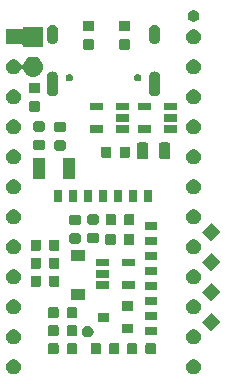
<source format=gbr>
G04 #@! TF.GenerationSoftware,KiCad,Pcbnew,(5.0.0)*
G04 #@! TF.CreationDate,2020-11-29T09:19:22-06:00*
G04 #@! TF.ProjectId,BlueMicro840,426C75654D6963726F3834302E6B6963,rev?*
G04 #@! TF.SameCoordinates,Original*
G04 #@! TF.FileFunction,Soldermask,Top*
G04 #@! TF.FilePolarity,Negative*
%FSLAX46Y46*%
G04 Gerber Fmt 4.6, Leading zero omitted, Abs format (unit mm)*
G04 Created by KiCad (PCBNEW (5.0.0)) date 11/29/20 09:19:22*
%MOMM*%
%LPD*%
G01*
G04 APERTURE LIST*
%ADD10C,0.100000*%
G04 APERTURE END LIST*
D10*
G36*
X111606756Y-139682178D02*
X111722317Y-139730045D01*
X111826325Y-139799541D01*
X111914767Y-139887983D01*
X111984263Y-139991991D01*
X112032130Y-140107552D01*
X112056533Y-140230234D01*
X112056533Y-140355316D01*
X112032130Y-140477998D01*
X111984263Y-140593559D01*
X111914767Y-140697567D01*
X111826325Y-140786009D01*
X111722317Y-140855505D01*
X111606756Y-140903372D01*
X111484075Y-140927775D01*
X111358991Y-140927775D01*
X111236310Y-140903372D01*
X111120749Y-140855505D01*
X111016741Y-140786009D01*
X110928299Y-140697567D01*
X110858803Y-140593559D01*
X110810936Y-140477998D01*
X110786533Y-140355316D01*
X110786533Y-140230234D01*
X110810936Y-140107552D01*
X110858803Y-139991991D01*
X110928299Y-139887983D01*
X111016741Y-139799541D01*
X111120749Y-139730045D01*
X111236310Y-139682178D01*
X111358991Y-139657775D01*
X111484075Y-139657775D01*
X111606756Y-139682178D01*
X111606756Y-139682178D01*
G37*
G36*
X96366756Y-139682178D02*
X96482317Y-139730045D01*
X96586325Y-139799541D01*
X96674767Y-139887983D01*
X96744263Y-139991991D01*
X96792130Y-140107552D01*
X96816533Y-140230234D01*
X96816533Y-140355316D01*
X96792130Y-140477998D01*
X96744263Y-140593559D01*
X96674767Y-140697567D01*
X96586325Y-140786009D01*
X96482317Y-140855505D01*
X96366756Y-140903372D01*
X96244075Y-140927775D01*
X96118991Y-140927775D01*
X95996310Y-140903372D01*
X95880749Y-140855505D01*
X95776741Y-140786009D01*
X95688299Y-140697567D01*
X95618803Y-140593559D01*
X95570936Y-140477998D01*
X95546533Y-140355316D01*
X95546533Y-140230234D01*
X95570936Y-140107552D01*
X95618803Y-139991991D01*
X95688299Y-139887983D01*
X95776741Y-139799541D01*
X95880749Y-139730045D01*
X95996310Y-139682178D01*
X96118991Y-139657775D01*
X96244075Y-139657775D01*
X96366756Y-139682178D01*
X96366756Y-139682178D01*
G37*
G36*
X105027649Y-138297370D02*
X105056846Y-138306227D01*
X105083751Y-138320608D01*
X105107341Y-138339967D01*
X105126700Y-138363557D01*
X105141081Y-138390462D01*
X105149938Y-138419659D01*
X105153533Y-138456165D01*
X105153533Y-139081385D01*
X105149938Y-139117891D01*
X105141081Y-139147088D01*
X105126700Y-139173993D01*
X105107341Y-139197583D01*
X105083751Y-139216942D01*
X105056846Y-139231323D01*
X105027649Y-139240180D01*
X104991143Y-139243775D01*
X104440923Y-139243775D01*
X104404417Y-139240180D01*
X104375220Y-139231323D01*
X104348315Y-139216942D01*
X104324725Y-139197583D01*
X104305366Y-139173993D01*
X104290985Y-139147088D01*
X104282128Y-139117891D01*
X104278533Y-139081385D01*
X104278533Y-138456165D01*
X104282128Y-138419659D01*
X104290985Y-138390462D01*
X104305366Y-138363557D01*
X104324725Y-138339967D01*
X104348315Y-138320608D01*
X104375220Y-138306227D01*
X104404417Y-138297370D01*
X104440923Y-138293775D01*
X104991143Y-138293775D01*
X105027649Y-138297370D01*
X105027649Y-138297370D01*
G37*
G36*
X99871149Y-138297370D02*
X99900346Y-138306227D01*
X99927251Y-138320608D01*
X99950841Y-138339967D01*
X99970200Y-138363557D01*
X99984581Y-138390462D01*
X99993438Y-138419659D01*
X99997033Y-138456165D01*
X99997033Y-139081385D01*
X99993438Y-139117891D01*
X99984581Y-139147088D01*
X99970200Y-139173993D01*
X99950841Y-139197583D01*
X99927251Y-139216942D01*
X99900346Y-139231323D01*
X99871149Y-139240180D01*
X99834643Y-139243775D01*
X99284423Y-139243775D01*
X99247917Y-139240180D01*
X99218720Y-139231323D01*
X99191815Y-139216942D01*
X99168225Y-139197583D01*
X99148866Y-139173993D01*
X99134485Y-139147088D01*
X99125628Y-139117891D01*
X99122033Y-139081385D01*
X99122033Y-138456165D01*
X99125628Y-138419659D01*
X99134485Y-138390462D01*
X99148866Y-138363557D01*
X99168225Y-138339967D01*
X99191815Y-138320608D01*
X99218720Y-138306227D01*
X99247917Y-138297370D01*
X99284423Y-138293775D01*
X99834643Y-138293775D01*
X99871149Y-138297370D01*
X99871149Y-138297370D01*
G37*
G36*
X101446149Y-138297370D02*
X101475346Y-138306227D01*
X101502251Y-138320608D01*
X101525841Y-138339967D01*
X101545200Y-138363557D01*
X101559581Y-138390462D01*
X101568438Y-138419659D01*
X101572033Y-138456165D01*
X101572033Y-139081385D01*
X101568438Y-139117891D01*
X101559581Y-139147088D01*
X101545200Y-139173993D01*
X101525841Y-139197583D01*
X101502251Y-139216942D01*
X101475346Y-139231323D01*
X101446149Y-139240180D01*
X101409643Y-139243775D01*
X100859423Y-139243775D01*
X100822917Y-139240180D01*
X100793720Y-139231323D01*
X100766815Y-139216942D01*
X100743225Y-139197583D01*
X100723866Y-139173993D01*
X100709485Y-139147088D01*
X100700628Y-139117891D01*
X100697033Y-139081385D01*
X100697033Y-138456165D01*
X100700628Y-138419659D01*
X100709485Y-138390462D01*
X100723866Y-138363557D01*
X100743225Y-138339967D01*
X100766815Y-138320608D01*
X100793720Y-138306227D01*
X100822917Y-138297370D01*
X100859423Y-138293775D01*
X101409643Y-138293775D01*
X101446149Y-138297370D01*
X101446149Y-138297370D01*
G37*
G36*
X103452649Y-138297370D02*
X103481846Y-138306227D01*
X103508751Y-138320608D01*
X103532341Y-138339967D01*
X103551700Y-138363557D01*
X103566081Y-138390462D01*
X103574938Y-138419659D01*
X103578533Y-138456165D01*
X103578533Y-139081385D01*
X103574938Y-139117891D01*
X103566081Y-139147088D01*
X103551700Y-139173993D01*
X103532341Y-139197583D01*
X103508751Y-139216942D01*
X103481846Y-139231323D01*
X103452649Y-139240180D01*
X103416143Y-139243775D01*
X102865923Y-139243775D01*
X102829417Y-139240180D01*
X102800220Y-139231323D01*
X102773315Y-139216942D01*
X102749725Y-139197583D01*
X102730366Y-139173993D01*
X102715985Y-139147088D01*
X102707128Y-139117891D01*
X102703533Y-139081385D01*
X102703533Y-138456165D01*
X102707128Y-138419659D01*
X102715985Y-138390462D01*
X102730366Y-138363557D01*
X102749725Y-138339967D01*
X102773315Y-138320608D01*
X102800220Y-138306227D01*
X102829417Y-138297370D01*
X102865923Y-138293775D01*
X103416143Y-138293775D01*
X103452649Y-138297370D01*
X103452649Y-138297370D01*
G37*
G36*
X106526150Y-138297370D02*
X106555347Y-138306227D01*
X106582252Y-138320608D01*
X106605842Y-138339967D01*
X106625201Y-138363557D01*
X106639582Y-138390462D01*
X106648439Y-138419659D01*
X106652034Y-138456165D01*
X106652034Y-139081385D01*
X106648439Y-139117891D01*
X106639582Y-139147088D01*
X106625201Y-139173993D01*
X106605842Y-139197583D01*
X106582252Y-139216942D01*
X106555347Y-139231323D01*
X106526150Y-139240180D01*
X106489644Y-139243775D01*
X105939424Y-139243775D01*
X105902918Y-139240180D01*
X105873721Y-139231323D01*
X105846816Y-139216942D01*
X105823226Y-139197583D01*
X105803867Y-139173993D01*
X105789486Y-139147088D01*
X105780629Y-139117891D01*
X105777034Y-139081385D01*
X105777034Y-138456165D01*
X105780629Y-138419659D01*
X105789486Y-138390462D01*
X105803867Y-138363557D01*
X105823226Y-138339967D01*
X105846816Y-138320608D01*
X105873721Y-138306227D01*
X105902918Y-138297370D01*
X105939424Y-138293775D01*
X106489644Y-138293775D01*
X106526150Y-138297370D01*
X106526150Y-138297370D01*
G37*
G36*
X108101150Y-138297370D02*
X108130347Y-138306227D01*
X108157252Y-138320608D01*
X108180842Y-138339967D01*
X108200201Y-138363557D01*
X108214582Y-138390462D01*
X108223439Y-138419659D01*
X108227034Y-138456165D01*
X108227034Y-139081385D01*
X108223439Y-139117891D01*
X108214582Y-139147088D01*
X108200201Y-139173993D01*
X108180842Y-139197583D01*
X108157252Y-139216942D01*
X108130347Y-139231323D01*
X108101150Y-139240180D01*
X108064644Y-139243775D01*
X107514424Y-139243775D01*
X107477918Y-139240180D01*
X107448721Y-139231323D01*
X107421816Y-139216942D01*
X107398226Y-139197583D01*
X107378867Y-139173993D01*
X107364486Y-139147088D01*
X107355629Y-139117891D01*
X107352034Y-139081385D01*
X107352034Y-138456165D01*
X107355629Y-138419659D01*
X107364486Y-138390462D01*
X107378867Y-138363557D01*
X107398226Y-138339967D01*
X107421816Y-138320608D01*
X107448721Y-138306227D01*
X107477918Y-138297370D01*
X107514424Y-138293775D01*
X108064644Y-138293775D01*
X108101150Y-138297370D01*
X108101150Y-138297370D01*
G37*
G36*
X96366756Y-137142178D02*
X96482317Y-137190045D01*
X96586325Y-137259541D01*
X96674767Y-137347983D01*
X96744263Y-137451991D01*
X96792130Y-137567552D01*
X96816533Y-137690234D01*
X96816533Y-137815316D01*
X96792130Y-137937998D01*
X96744263Y-138053559D01*
X96674767Y-138157567D01*
X96586325Y-138246009D01*
X96482317Y-138315505D01*
X96380099Y-138357845D01*
X96366756Y-138363372D01*
X96244075Y-138387775D01*
X96118991Y-138387775D01*
X95996310Y-138363372D01*
X95982967Y-138357845D01*
X95880749Y-138315505D01*
X95776741Y-138246009D01*
X95688299Y-138157567D01*
X95618803Y-138053559D01*
X95570936Y-137937998D01*
X95546533Y-137815316D01*
X95546533Y-137690234D01*
X95570936Y-137567552D01*
X95618803Y-137451991D01*
X95688299Y-137347983D01*
X95776741Y-137259541D01*
X95880749Y-137190045D01*
X95996310Y-137142178D01*
X96118991Y-137117775D01*
X96244075Y-137117775D01*
X96366756Y-137142178D01*
X96366756Y-137142178D01*
G37*
G36*
X111606756Y-137142178D02*
X111722317Y-137190045D01*
X111826325Y-137259541D01*
X111914767Y-137347983D01*
X111984263Y-137451991D01*
X112032130Y-137567552D01*
X112056533Y-137690234D01*
X112056533Y-137815316D01*
X112032130Y-137937998D01*
X111984263Y-138053559D01*
X111914767Y-138157567D01*
X111826325Y-138246009D01*
X111722317Y-138315505D01*
X111620099Y-138357845D01*
X111606756Y-138363372D01*
X111484075Y-138387775D01*
X111358991Y-138387775D01*
X111236310Y-138363372D01*
X111222967Y-138357845D01*
X111120749Y-138315505D01*
X111016741Y-138246009D01*
X110928299Y-138157567D01*
X110858803Y-138053559D01*
X110810936Y-137937998D01*
X110786533Y-137815316D01*
X110786533Y-137690234D01*
X110810936Y-137567552D01*
X110858803Y-137451991D01*
X110928299Y-137347983D01*
X111016741Y-137259541D01*
X111120749Y-137190045D01*
X111236310Y-137142178D01*
X111358991Y-137117775D01*
X111484075Y-137117775D01*
X111606756Y-137142178D01*
X111606756Y-137142178D01*
G37*
G36*
X102607378Y-136831990D02*
X102698372Y-136869681D01*
X102737250Y-136895659D01*
X102780267Y-136924402D01*
X102849906Y-136994041D01*
X102849908Y-136994044D01*
X102904627Y-137075936D01*
X102942318Y-137166930D01*
X102961533Y-137263529D01*
X102961533Y-137362021D01*
X102942318Y-137458620D01*
X102904627Y-137549614D01*
X102881158Y-137584737D01*
X102849906Y-137631509D01*
X102780267Y-137701148D01*
X102780264Y-137701150D01*
X102698372Y-137755869D01*
X102607378Y-137793560D01*
X102510779Y-137812775D01*
X102412287Y-137812775D01*
X102315688Y-137793560D01*
X102224694Y-137755869D01*
X102142802Y-137701150D01*
X102142799Y-137701148D01*
X102073160Y-137631509D01*
X102041908Y-137584737D01*
X102018439Y-137549614D01*
X101980748Y-137458620D01*
X101961533Y-137362021D01*
X101961533Y-137263529D01*
X101980748Y-137166930D01*
X102018439Y-137075936D01*
X102073158Y-136994044D01*
X102073160Y-136994041D01*
X102142799Y-136924402D01*
X102185816Y-136895659D01*
X102224694Y-136869681D01*
X102315688Y-136831990D01*
X102412287Y-136812775D01*
X102510779Y-136812775D01*
X102607378Y-136831990D01*
X102607378Y-136831990D01*
G37*
G36*
X101446149Y-136773370D02*
X101475346Y-136782227D01*
X101502251Y-136796608D01*
X101525841Y-136815967D01*
X101545200Y-136839557D01*
X101559581Y-136866462D01*
X101568438Y-136895659D01*
X101572033Y-136932165D01*
X101572033Y-137557385D01*
X101568438Y-137593891D01*
X101559581Y-137623088D01*
X101545200Y-137649993D01*
X101525841Y-137673583D01*
X101502251Y-137692942D01*
X101475346Y-137707323D01*
X101446149Y-137716180D01*
X101409643Y-137719775D01*
X100859423Y-137719775D01*
X100822917Y-137716180D01*
X100793720Y-137707323D01*
X100766815Y-137692942D01*
X100743225Y-137673583D01*
X100723866Y-137649993D01*
X100709485Y-137623088D01*
X100700628Y-137593891D01*
X100697033Y-137557385D01*
X100697033Y-136932165D01*
X100700628Y-136895659D01*
X100709485Y-136866462D01*
X100723866Y-136839557D01*
X100743225Y-136815967D01*
X100766815Y-136796608D01*
X100793720Y-136782227D01*
X100822917Y-136773370D01*
X100859423Y-136769775D01*
X101409643Y-136769775D01*
X101446149Y-136773370D01*
X101446149Y-136773370D01*
G37*
G36*
X99871149Y-136773370D02*
X99900346Y-136782227D01*
X99927251Y-136796608D01*
X99950841Y-136815967D01*
X99970200Y-136839557D01*
X99984581Y-136866462D01*
X99993438Y-136895659D01*
X99997033Y-136932165D01*
X99997033Y-137557385D01*
X99993438Y-137593891D01*
X99984581Y-137623088D01*
X99970200Y-137649993D01*
X99950841Y-137673583D01*
X99927251Y-137692942D01*
X99900346Y-137707323D01*
X99871149Y-137716180D01*
X99834643Y-137719775D01*
X99284423Y-137719775D01*
X99247917Y-137716180D01*
X99218720Y-137707323D01*
X99191815Y-137692942D01*
X99168225Y-137673583D01*
X99148866Y-137649993D01*
X99134485Y-137623088D01*
X99125628Y-137593891D01*
X99122033Y-137557385D01*
X99122033Y-136932165D01*
X99125628Y-136895659D01*
X99134485Y-136866462D01*
X99148866Y-136839557D01*
X99168225Y-136815967D01*
X99191815Y-136796608D01*
X99218720Y-136782227D01*
X99247917Y-136773370D01*
X99284423Y-136769775D01*
X99834643Y-136769775D01*
X99871149Y-136773370D01*
X99871149Y-136773370D01*
G37*
G36*
X108342533Y-137569775D02*
X107342533Y-137569775D01*
X107342533Y-136919775D01*
X108342533Y-136919775D01*
X108342533Y-137569775D01*
X108342533Y-137569775D01*
G37*
G36*
X106267533Y-137451775D02*
X105367533Y-137451775D01*
X105367533Y-136651775D01*
X106267533Y-136651775D01*
X106267533Y-137451775D01*
X106267533Y-137451775D01*
G37*
G36*
X113723351Y-136482775D02*
X112945533Y-137260593D01*
X112167715Y-136482775D01*
X112945533Y-135704957D01*
X113723351Y-136482775D01*
X113723351Y-136482775D01*
G37*
G36*
X104267533Y-136501775D02*
X103367533Y-136501775D01*
X103367533Y-135701775D01*
X104267533Y-135701775D01*
X104267533Y-136501775D01*
X104267533Y-136501775D01*
G37*
G36*
X108342533Y-136299775D02*
X107342533Y-136299775D01*
X107342533Y-135649775D01*
X108342533Y-135649775D01*
X108342533Y-136299775D01*
X108342533Y-136299775D01*
G37*
G36*
X101446149Y-135249370D02*
X101475346Y-135258227D01*
X101502251Y-135272608D01*
X101525841Y-135291967D01*
X101545200Y-135315557D01*
X101559581Y-135342462D01*
X101568438Y-135371659D01*
X101572033Y-135408165D01*
X101572033Y-136033385D01*
X101568438Y-136069891D01*
X101559581Y-136099088D01*
X101545200Y-136125993D01*
X101525841Y-136149583D01*
X101502251Y-136168942D01*
X101475346Y-136183323D01*
X101446149Y-136192180D01*
X101409643Y-136195775D01*
X100859423Y-136195775D01*
X100822917Y-136192180D01*
X100793720Y-136183323D01*
X100766815Y-136168942D01*
X100743225Y-136149583D01*
X100723866Y-136125993D01*
X100709485Y-136099088D01*
X100700628Y-136069891D01*
X100697033Y-136033385D01*
X100697033Y-135408165D01*
X100700628Y-135371659D01*
X100709485Y-135342462D01*
X100723866Y-135315557D01*
X100743225Y-135291967D01*
X100766815Y-135272608D01*
X100793720Y-135258227D01*
X100822917Y-135249370D01*
X100859423Y-135245775D01*
X101409643Y-135245775D01*
X101446149Y-135249370D01*
X101446149Y-135249370D01*
G37*
G36*
X99871149Y-135249370D02*
X99900346Y-135258227D01*
X99927251Y-135272608D01*
X99950841Y-135291967D01*
X99970200Y-135315557D01*
X99984581Y-135342462D01*
X99993438Y-135371659D01*
X99997033Y-135408165D01*
X99997033Y-136033385D01*
X99993438Y-136069891D01*
X99984581Y-136099088D01*
X99970200Y-136125993D01*
X99950841Y-136149583D01*
X99927251Y-136168942D01*
X99900346Y-136183323D01*
X99871149Y-136192180D01*
X99834643Y-136195775D01*
X99284423Y-136195775D01*
X99247917Y-136192180D01*
X99218720Y-136183323D01*
X99191815Y-136168942D01*
X99168225Y-136149583D01*
X99148866Y-136125993D01*
X99134485Y-136099088D01*
X99125628Y-136069891D01*
X99122033Y-136033385D01*
X99122033Y-135408165D01*
X99125628Y-135371659D01*
X99134485Y-135342462D01*
X99148866Y-135315557D01*
X99168225Y-135291967D01*
X99191815Y-135272608D01*
X99218720Y-135258227D01*
X99247917Y-135249370D01*
X99284423Y-135245775D01*
X99834643Y-135245775D01*
X99871149Y-135249370D01*
X99871149Y-135249370D01*
G37*
G36*
X96366756Y-134602178D02*
X96482317Y-134650045D01*
X96586325Y-134719541D01*
X96674767Y-134807983D01*
X96744263Y-134911991D01*
X96792130Y-135027552D01*
X96816533Y-135150234D01*
X96816533Y-135275316D01*
X96792130Y-135397998D01*
X96744263Y-135513559D01*
X96674767Y-135617567D01*
X96586325Y-135706009D01*
X96482317Y-135775505D01*
X96366756Y-135823372D01*
X96244075Y-135847775D01*
X96118991Y-135847775D01*
X95996310Y-135823372D01*
X95880749Y-135775505D01*
X95776741Y-135706009D01*
X95688299Y-135617567D01*
X95618803Y-135513559D01*
X95570936Y-135397998D01*
X95546533Y-135275316D01*
X95546533Y-135150234D01*
X95570936Y-135027552D01*
X95618803Y-134911991D01*
X95688299Y-134807983D01*
X95776741Y-134719541D01*
X95880749Y-134650045D01*
X95996310Y-134602178D01*
X96118991Y-134577775D01*
X96244075Y-134577775D01*
X96366756Y-134602178D01*
X96366756Y-134602178D01*
G37*
G36*
X111606756Y-134602178D02*
X111722317Y-134650045D01*
X111826325Y-134719541D01*
X111914767Y-134807983D01*
X111984263Y-134911991D01*
X112032130Y-135027552D01*
X112056533Y-135150234D01*
X112056533Y-135275316D01*
X112032130Y-135397998D01*
X111984263Y-135513559D01*
X111914767Y-135617567D01*
X111826325Y-135706009D01*
X111722317Y-135775505D01*
X111606756Y-135823372D01*
X111484075Y-135847775D01*
X111358991Y-135847775D01*
X111236310Y-135823372D01*
X111120749Y-135775505D01*
X111016741Y-135706009D01*
X110928299Y-135617567D01*
X110858803Y-135513559D01*
X110810936Y-135397998D01*
X110786533Y-135275316D01*
X110786533Y-135150234D01*
X110810936Y-135027552D01*
X110858803Y-134911991D01*
X110928299Y-134807983D01*
X111016741Y-134719541D01*
X111120749Y-134650045D01*
X111236310Y-134602178D01*
X111358991Y-134577775D01*
X111484075Y-134577775D01*
X111606756Y-134602178D01*
X111606756Y-134602178D01*
G37*
G36*
X106267533Y-135551775D02*
X105367533Y-135551775D01*
X105367533Y-134751775D01*
X106267533Y-134751775D01*
X106267533Y-135551775D01*
X106267533Y-135551775D01*
G37*
G36*
X108342533Y-135029775D02*
X107342533Y-135029775D01*
X107342533Y-134379775D01*
X108342533Y-134379775D01*
X108342533Y-135029775D01*
X108342533Y-135029775D01*
G37*
G36*
X113723351Y-133942775D02*
X112945533Y-134720593D01*
X112167715Y-133942775D01*
X112945533Y-133164957D01*
X113723351Y-133942775D01*
X113723351Y-133942775D01*
G37*
G36*
X102242533Y-134646775D02*
X101042533Y-134646775D01*
X101042533Y-133746775D01*
X102242533Y-133746775D01*
X102242533Y-134646775D01*
X102242533Y-134646775D01*
G37*
G36*
X108342533Y-133759775D02*
X107342533Y-133759775D01*
X107342533Y-133109775D01*
X108342533Y-133109775D01*
X108342533Y-133759775D01*
X108342533Y-133759775D01*
G37*
G36*
X106447533Y-133693775D02*
X105387533Y-133693775D01*
X105387533Y-133043775D01*
X106447533Y-133043775D01*
X106447533Y-133693775D01*
X106447533Y-133693775D01*
G37*
G36*
X104247533Y-133693775D02*
X103187533Y-133693775D01*
X103187533Y-133043775D01*
X104247533Y-133043775D01*
X104247533Y-133693775D01*
X104247533Y-133693775D01*
G37*
G36*
X99947649Y-132582370D02*
X99976846Y-132591227D01*
X100003751Y-132605608D01*
X100027341Y-132624967D01*
X100046700Y-132648557D01*
X100061081Y-132675462D01*
X100069938Y-132704659D01*
X100073533Y-132741165D01*
X100073533Y-133366385D01*
X100069938Y-133402891D01*
X100061081Y-133432088D01*
X100046700Y-133458993D01*
X100027341Y-133482583D01*
X100003751Y-133501942D01*
X99976846Y-133516323D01*
X99947649Y-133525180D01*
X99911143Y-133528775D01*
X99360923Y-133528775D01*
X99324417Y-133525180D01*
X99295220Y-133516323D01*
X99268315Y-133501942D01*
X99244725Y-133482583D01*
X99225366Y-133458993D01*
X99210985Y-133432088D01*
X99202128Y-133402891D01*
X99198533Y-133366385D01*
X99198533Y-132741165D01*
X99202128Y-132704659D01*
X99210985Y-132675462D01*
X99225366Y-132648557D01*
X99244725Y-132624967D01*
X99268315Y-132605608D01*
X99295220Y-132591227D01*
X99324417Y-132582370D01*
X99360923Y-132578775D01*
X99911143Y-132578775D01*
X99947649Y-132582370D01*
X99947649Y-132582370D01*
G37*
G36*
X98372649Y-132582370D02*
X98401846Y-132591227D01*
X98428751Y-132605608D01*
X98452341Y-132624967D01*
X98471700Y-132648557D01*
X98486081Y-132675462D01*
X98494938Y-132704659D01*
X98498533Y-132741165D01*
X98498533Y-133366385D01*
X98494938Y-133402891D01*
X98486081Y-133432088D01*
X98471700Y-133458993D01*
X98452341Y-133482583D01*
X98428751Y-133501942D01*
X98401846Y-133516323D01*
X98372649Y-133525180D01*
X98336143Y-133528775D01*
X97785923Y-133528775D01*
X97749417Y-133525180D01*
X97720220Y-133516323D01*
X97693315Y-133501942D01*
X97669725Y-133482583D01*
X97650366Y-133458993D01*
X97635985Y-133432088D01*
X97627128Y-133402891D01*
X97623533Y-133366385D01*
X97623533Y-132741165D01*
X97627128Y-132704659D01*
X97635985Y-132675462D01*
X97650366Y-132648557D01*
X97669725Y-132624967D01*
X97693315Y-132605608D01*
X97720220Y-132591227D01*
X97749417Y-132582370D01*
X97785923Y-132578775D01*
X98336143Y-132578775D01*
X98372649Y-132582370D01*
X98372649Y-132582370D01*
G37*
G36*
X96366756Y-132062178D02*
X96482317Y-132110045D01*
X96586325Y-132179541D01*
X96674767Y-132267983D01*
X96744263Y-132371991D01*
X96792130Y-132487552D01*
X96816533Y-132610233D01*
X96816533Y-132735317D01*
X96812648Y-132754849D01*
X96792130Y-132857998D01*
X96744263Y-132973559D01*
X96674767Y-133077567D01*
X96586325Y-133166009D01*
X96482317Y-133235505D01*
X96366756Y-133283372D01*
X96244075Y-133307775D01*
X96118991Y-133307775D01*
X95996310Y-133283372D01*
X95880749Y-133235505D01*
X95776741Y-133166009D01*
X95688299Y-133077567D01*
X95618803Y-132973559D01*
X95570936Y-132857998D01*
X95550418Y-132754849D01*
X95546533Y-132735317D01*
X95546533Y-132610233D01*
X95570936Y-132487552D01*
X95618803Y-132371991D01*
X95688299Y-132267983D01*
X95776741Y-132179541D01*
X95880749Y-132110045D01*
X95996310Y-132062178D01*
X96118991Y-132037775D01*
X96244075Y-132037775D01*
X96366756Y-132062178D01*
X96366756Y-132062178D01*
G37*
G36*
X111606756Y-132062178D02*
X111722317Y-132110045D01*
X111826325Y-132179541D01*
X111914767Y-132267983D01*
X111984263Y-132371991D01*
X112032130Y-132487552D01*
X112056533Y-132610233D01*
X112056533Y-132735317D01*
X112052648Y-132754849D01*
X112032130Y-132857998D01*
X111984263Y-132973559D01*
X111914767Y-133077567D01*
X111826325Y-133166009D01*
X111722317Y-133235505D01*
X111606756Y-133283372D01*
X111484075Y-133307775D01*
X111358991Y-133307775D01*
X111236310Y-133283372D01*
X111120749Y-133235505D01*
X111016741Y-133166009D01*
X110928299Y-133077567D01*
X110858803Y-132973559D01*
X110810936Y-132857998D01*
X110790418Y-132754849D01*
X110786533Y-132735317D01*
X110786533Y-132610233D01*
X110810936Y-132487552D01*
X110858803Y-132371991D01*
X110928299Y-132267983D01*
X111016741Y-132179541D01*
X111120749Y-132110045D01*
X111236310Y-132062178D01*
X111358991Y-132037775D01*
X111484075Y-132037775D01*
X111606756Y-132062178D01*
X111606756Y-132062178D01*
G37*
G36*
X104247533Y-132743775D02*
X103187533Y-132743775D01*
X103187533Y-132093775D01*
X104247533Y-132093775D01*
X104247533Y-132743775D01*
X104247533Y-132743775D01*
G37*
G36*
X108342533Y-132489775D02*
X107342533Y-132489775D01*
X107342533Y-131839775D01*
X108342533Y-131839775D01*
X108342533Y-132489775D01*
X108342533Y-132489775D01*
G37*
G36*
X113723351Y-131402775D02*
X112945533Y-132180593D01*
X112167715Y-131402775D01*
X112945533Y-130624957D01*
X113723351Y-131402775D01*
X113723351Y-131402775D01*
G37*
G36*
X99947649Y-131058370D02*
X99976846Y-131067227D01*
X100003751Y-131081608D01*
X100027341Y-131100967D01*
X100046700Y-131124557D01*
X100061081Y-131151462D01*
X100069938Y-131180659D01*
X100073533Y-131217165D01*
X100073533Y-131842385D01*
X100069938Y-131878891D01*
X100061081Y-131908088D01*
X100046700Y-131934993D01*
X100027341Y-131958583D01*
X100003751Y-131977942D01*
X99976846Y-131992323D01*
X99947649Y-132001180D01*
X99911143Y-132004775D01*
X99360923Y-132004775D01*
X99324417Y-132001180D01*
X99295220Y-131992323D01*
X99268315Y-131977942D01*
X99244725Y-131958583D01*
X99225366Y-131934993D01*
X99210985Y-131908088D01*
X99202128Y-131878891D01*
X99198533Y-131842385D01*
X99198533Y-131217165D01*
X99202128Y-131180659D01*
X99210985Y-131151462D01*
X99225366Y-131124557D01*
X99244725Y-131100967D01*
X99268315Y-131081608D01*
X99295220Y-131067227D01*
X99324417Y-131058370D01*
X99360923Y-131054775D01*
X99911143Y-131054775D01*
X99947649Y-131058370D01*
X99947649Y-131058370D01*
G37*
G36*
X98372649Y-131058370D02*
X98401846Y-131067227D01*
X98428751Y-131081608D01*
X98452341Y-131100967D01*
X98471700Y-131124557D01*
X98486081Y-131151462D01*
X98494938Y-131180659D01*
X98498533Y-131217165D01*
X98498533Y-131842385D01*
X98494938Y-131878891D01*
X98486081Y-131908088D01*
X98471700Y-131934993D01*
X98452341Y-131958583D01*
X98428751Y-131977942D01*
X98401846Y-131992323D01*
X98372649Y-132001180D01*
X98336143Y-132004775D01*
X97785923Y-132004775D01*
X97749417Y-132001180D01*
X97720220Y-131992323D01*
X97693315Y-131977942D01*
X97669725Y-131958583D01*
X97650366Y-131934993D01*
X97635985Y-131908088D01*
X97627128Y-131878891D01*
X97623533Y-131842385D01*
X97623533Y-131217165D01*
X97627128Y-131180659D01*
X97635985Y-131151462D01*
X97650366Y-131124557D01*
X97669725Y-131100967D01*
X97693315Y-131081608D01*
X97720220Y-131067227D01*
X97749417Y-131058370D01*
X97785923Y-131054775D01*
X98336143Y-131054775D01*
X98372649Y-131058370D01*
X98372649Y-131058370D01*
G37*
G36*
X106447533Y-131793775D02*
X105387533Y-131793775D01*
X105387533Y-131143775D01*
X106447533Y-131143775D01*
X106447533Y-131793775D01*
X106447533Y-131793775D01*
G37*
G36*
X104247533Y-131793775D02*
X103187533Y-131793775D01*
X103187533Y-131143775D01*
X104247533Y-131143775D01*
X104247533Y-131793775D01*
X104247533Y-131793775D01*
G37*
G36*
X102242533Y-131346775D02*
X101042533Y-131346775D01*
X101042533Y-130446775D01*
X102242533Y-130446775D01*
X102242533Y-131346775D01*
X102242533Y-131346775D01*
G37*
G36*
X108342533Y-131219775D02*
X107342533Y-131219775D01*
X107342533Y-130569775D01*
X108342533Y-130569775D01*
X108342533Y-131219775D01*
X108342533Y-131219775D01*
G37*
G36*
X96366756Y-129522178D02*
X96482317Y-129570045D01*
X96586325Y-129639541D01*
X96674767Y-129727983D01*
X96744263Y-129831991D01*
X96792130Y-129947552D01*
X96816533Y-130070234D01*
X96816533Y-130195316D01*
X96792130Y-130317998D01*
X96744263Y-130433559D01*
X96674767Y-130537567D01*
X96586325Y-130626009D01*
X96482317Y-130695505D01*
X96366756Y-130743372D01*
X96244075Y-130767775D01*
X96118991Y-130767775D01*
X95996310Y-130743372D01*
X95880749Y-130695505D01*
X95776741Y-130626009D01*
X95688299Y-130537567D01*
X95618803Y-130433559D01*
X95570936Y-130317998D01*
X95546533Y-130195316D01*
X95546533Y-130070234D01*
X95570936Y-129947552D01*
X95618803Y-129831991D01*
X95688299Y-129727983D01*
X95776741Y-129639541D01*
X95880749Y-129570045D01*
X95996310Y-129522178D01*
X96118991Y-129497775D01*
X96244075Y-129497775D01*
X96366756Y-129522178D01*
X96366756Y-129522178D01*
G37*
G36*
X111606756Y-129522178D02*
X111722317Y-129570045D01*
X111826325Y-129639541D01*
X111914767Y-129727983D01*
X111984263Y-129831991D01*
X112032130Y-129947552D01*
X112056533Y-130070234D01*
X112056533Y-130195316D01*
X112032130Y-130317998D01*
X111984263Y-130433559D01*
X111914767Y-130537567D01*
X111826325Y-130626009D01*
X111722317Y-130695505D01*
X111606756Y-130743372D01*
X111484075Y-130767775D01*
X111358991Y-130767775D01*
X111236310Y-130743372D01*
X111120749Y-130695505D01*
X111016741Y-130626009D01*
X110928299Y-130537567D01*
X110858803Y-130433559D01*
X110810936Y-130317998D01*
X110786533Y-130195316D01*
X110786533Y-130070234D01*
X110810936Y-129947552D01*
X110858803Y-129831991D01*
X110928299Y-129727983D01*
X111016741Y-129639541D01*
X111120749Y-129570045D01*
X111236310Y-129522178D01*
X111358991Y-129497775D01*
X111484075Y-129497775D01*
X111606756Y-129522178D01*
X111606756Y-129522178D01*
G37*
G36*
X99947649Y-129534370D02*
X99976846Y-129543227D01*
X100003751Y-129557608D01*
X100027341Y-129576967D01*
X100046700Y-129600557D01*
X100061081Y-129627462D01*
X100069938Y-129656659D01*
X100073533Y-129693165D01*
X100073533Y-130318385D01*
X100069938Y-130354891D01*
X100061081Y-130384088D01*
X100046700Y-130410993D01*
X100027341Y-130434583D01*
X100003751Y-130453942D01*
X99976846Y-130468323D01*
X99947649Y-130477180D01*
X99911143Y-130480775D01*
X99360923Y-130480775D01*
X99324417Y-130477180D01*
X99295220Y-130468323D01*
X99268315Y-130453942D01*
X99244725Y-130434583D01*
X99225366Y-130410993D01*
X99210985Y-130384088D01*
X99202128Y-130354891D01*
X99198533Y-130318385D01*
X99198533Y-129693165D01*
X99202128Y-129656659D01*
X99210985Y-129627462D01*
X99225366Y-129600557D01*
X99244725Y-129576967D01*
X99268315Y-129557608D01*
X99295220Y-129543227D01*
X99324417Y-129534370D01*
X99360923Y-129530775D01*
X99911143Y-129530775D01*
X99947649Y-129534370D01*
X99947649Y-129534370D01*
G37*
G36*
X98372649Y-129534370D02*
X98401846Y-129543227D01*
X98428751Y-129557608D01*
X98452341Y-129576967D01*
X98471700Y-129600557D01*
X98486081Y-129627462D01*
X98494938Y-129656659D01*
X98498533Y-129693165D01*
X98498533Y-130318385D01*
X98494938Y-130354891D01*
X98486081Y-130384088D01*
X98471700Y-130410993D01*
X98452341Y-130434583D01*
X98428751Y-130453942D01*
X98401846Y-130468323D01*
X98372649Y-130477180D01*
X98336143Y-130480775D01*
X97785923Y-130480775D01*
X97749417Y-130477180D01*
X97720220Y-130468323D01*
X97693315Y-130453942D01*
X97669725Y-130434583D01*
X97650366Y-130410993D01*
X97635985Y-130384088D01*
X97627128Y-130354891D01*
X97623533Y-130318385D01*
X97623533Y-129693165D01*
X97627128Y-129656659D01*
X97635985Y-129627462D01*
X97650366Y-129600557D01*
X97669725Y-129576967D01*
X97693315Y-129557608D01*
X97720220Y-129543227D01*
X97749417Y-129534370D01*
X97785923Y-129530775D01*
X98336143Y-129530775D01*
X98372649Y-129534370D01*
X98372649Y-129534370D01*
G37*
G36*
X106272149Y-129026370D02*
X106301346Y-129035227D01*
X106328251Y-129049608D01*
X106351841Y-129068967D01*
X106371200Y-129092557D01*
X106385581Y-129119462D01*
X106394438Y-129148659D01*
X106398033Y-129185165D01*
X106398033Y-129810385D01*
X106394438Y-129846891D01*
X106385581Y-129876088D01*
X106371200Y-129902993D01*
X106351841Y-129926583D01*
X106328251Y-129945942D01*
X106301346Y-129960323D01*
X106272149Y-129969180D01*
X106235643Y-129972775D01*
X105685423Y-129972775D01*
X105648917Y-129969180D01*
X105619720Y-129960323D01*
X105592815Y-129945942D01*
X105569225Y-129926583D01*
X105549866Y-129902993D01*
X105535485Y-129876088D01*
X105526628Y-129846891D01*
X105523033Y-129810385D01*
X105523033Y-129185165D01*
X105526628Y-129148659D01*
X105535485Y-129119462D01*
X105549866Y-129092557D01*
X105569225Y-129068967D01*
X105592815Y-129049608D01*
X105619720Y-129035227D01*
X105648917Y-129026370D01*
X105685423Y-129022775D01*
X106235643Y-129022775D01*
X106272149Y-129026370D01*
X106272149Y-129026370D01*
G37*
G36*
X104697149Y-129026370D02*
X104726346Y-129035227D01*
X104753251Y-129049608D01*
X104776841Y-129068967D01*
X104796200Y-129092557D01*
X104810581Y-129119462D01*
X104819438Y-129148659D01*
X104823033Y-129185165D01*
X104823033Y-129810385D01*
X104819438Y-129846891D01*
X104810581Y-129876088D01*
X104796200Y-129902993D01*
X104776841Y-129926583D01*
X104753251Y-129945942D01*
X104726346Y-129960323D01*
X104697149Y-129969180D01*
X104660643Y-129972775D01*
X104110423Y-129972775D01*
X104073917Y-129969180D01*
X104044720Y-129960323D01*
X104017815Y-129945942D01*
X103994225Y-129926583D01*
X103974866Y-129902993D01*
X103960485Y-129876088D01*
X103951628Y-129846891D01*
X103948033Y-129810385D01*
X103948033Y-129185165D01*
X103951628Y-129148659D01*
X103960485Y-129119462D01*
X103974866Y-129092557D01*
X103994225Y-129068967D01*
X104017815Y-129049608D01*
X104044720Y-129035227D01*
X104073917Y-129026370D01*
X104110423Y-129022775D01*
X104660643Y-129022775D01*
X104697149Y-129026370D01*
X104697149Y-129026370D01*
G37*
G36*
X108342533Y-129949775D02*
X107342533Y-129949775D01*
X107342533Y-129299775D01*
X108342533Y-129299775D01*
X108342533Y-129949775D01*
X108342533Y-129949775D01*
G37*
G36*
X101737649Y-128987876D02*
X101766846Y-128996733D01*
X101793751Y-129011114D01*
X101817341Y-129030473D01*
X101836700Y-129054063D01*
X101851081Y-129080968D01*
X101859938Y-129110165D01*
X101863533Y-129146671D01*
X101863533Y-129696891D01*
X101859938Y-129733397D01*
X101851081Y-129762594D01*
X101836700Y-129789499D01*
X101817341Y-129813089D01*
X101793751Y-129832448D01*
X101766846Y-129846829D01*
X101737649Y-129855686D01*
X101701143Y-129859281D01*
X101075923Y-129859281D01*
X101039417Y-129855686D01*
X101010220Y-129846829D01*
X100983315Y-129832448D01*
X100959725Y-129813089D01*
X100940366Y-129789499D01*
X100925985Y-129762594D01*
X100917128Y-129733397D01*
X100913533Y-129696891D01*
X100913533Y-129146671D01*
X100917128Y-129110165D01*
X100925985Y-129080968D01*
X100940366Y-129054063D01*
X100959725Y-129030473D01*
X100983315Y-129011114D01*
X101010220Y-128996733D01*
X101039417Y-128987876D01*
X101075923Y-128984281D01*
X101701143Y-128984281D01*
X101737649Y-128987876D01*
X101737649Y-128987876D01*
G37*
G36*
X103261649Y-128962370D02*
X103290846Y-128971227D01*
X103317751Y-128985608D01*
X103341341Y-129004967D01*
X103360700Y-129028557D01*
X103375081Y-129055462D01*
X103383938Y-129084659D01*
X103387533Y-129121165D01*
X103387533Y-129671385D01*
X103383938Y-129707891D01*
X103375081Y-129737088D01*
X103360700Y-129763993D01*
X103341341Y-129787583D01*
X103317751Y-129806942D01*
X103290846Y-129821323D01*
X103261649Y-129830180D01*
X103225143Y-129833775D01*
X102599923Y-129833775D01*
X102563417Y-129830180D01*
X102534220Y-129821323D01*
X102507315Y-129806942D01*
X102483725Y-129787583D01*
X102464366Y-129763993D01*
X102449985Y-129737088D01*
X102441128Y-129707891D01*
X102437533Y-129671385D01*
X102437533Y-129121165D01*
X102441128Y-129084659D01*
X102449985Y-129055462D01*
X102464366Y-129028557D01*
X102483725Y-129004967D01*
X102507315Y-128985608D01*
X102534220Y-128971227D01*
X102563417Y-128962370D01*
X102599923Y-128958775D01*
X103225143Y-128958775D01*
X103261649Y-128962370D01*
X103261649Y-128962370D01*
G37*
G36*
X113723351Y-128862775D02*
X112945533Y-129640593D01*
X112167715Y-128862775D01*
X112945533Y-128084957D01*
X113723351Y-128862775D01*
X113723351Y-128862775D01*
G37*
G36*
X108342533Y-128679775D02*
X107342533Y-128679775D01*
X107342533Y-128029775D01*
X108342533Y-128029775D01*
X108342533Y-128679775D01*
X108342533Y-128679775D01*
G37*
G36*
X104722649Y-127375370D02*
X104751846Y-127384227D01*
X104778751Y-127398608D01*
X104802341Y-127417967D01*
X104821700Y-127441557D01*
X104836081Y-127468462D01*
X104844938Y-127497659D01*
X104848533Y-127534165D01*
X104848533Y-128159385D01*
X104844938Y-128195891D01*
X104836081Y-128225088D01*
X104821700Y-128251993D01*
X104802341Y-128275583D01*
X104778751Y-128294942D01*
X104751846Y-128309323D01*
X104722649Y-128318180D01*
X104686143Y-128321775D01*
X104135923Y-128321775D01*
X104099417Y-128318180D01*
X104070220Y-128309323D01*
X104043315Y-128294942D01*
X104019725Y-128275583D01*
X104000366Y-128251993D01*
X103985985Y-128225088D01*
X103977128Y-128195891D01*
X103973533Y-128159385D01*
X103973533Y-127534165D01*
X103977128Y-127497659D01*
X103985985Y-127468462D01*
X104000366Y-127441557D01*
X104019725Y-127417967D01*
X104043315Y-127398608D01*
X104070220Y-127384227D01*
X104099417Y-127375370D01*
X104135923Y-127371775D01*
X104686143Y-127371775D01*
X104722649Y-127375370D01*
X104722649Y-127375370D01*
G37*
G36*
X106297649Y-127375370D02*
X106326846Y-127384227D01*
X106353751Y-127398608D01*
X106377341Y-127417967D01*
X106396700Y-127441557D01*
X106411081Y-127468462D01*
X106419938Y-127497659D01*
X106423533Y-127534165D01*
X106423533Y-128159385D01*
X106419938Y-128195891D01*
X106411081Y-128225088D01*
X106396700Y-128251993D01*
X106377341Y-128275583D01*
X106353751Y-128294942D01*
X106326846Y-128309323D01*
X106297649Y-128318180D01*
X106261143Y-128321775D01*
X105710923Y-128321775D01*
X105674417Y-128318180D01*
X105645220Y-128309323D01*
X105618315Y-128294942D01*
X105594725Y-128275583D01*
X105575366Y-128251993D01*
X105560985Y-128225088D01*
X105552128Y-128195891D01*
X105548533Y-128159385D01*
X105548533Y-127534165D01*
X105552128Y-127497659D01*
X105560985Y-127468462D01*
X105575366Y-127441557D01*
X105594725Y-127417967D01*
X105618315Y-127398608D01*
X105645220Y-127384227D01*
X105674417Y-127375370D01*
X105710923Y-127371775D01*
X106261143Y-127371775D01*
X106297649Y-127375370D01*
X106297649Y-127375370D01*
G37*
G36*
X101737649Y-127412876D02*
X101766846Y-127421733D01*
X101793751Y-127436114D01*
X101817341Y-127455473D01*
X101836700Y-127479063D01*
X101851081Y-127505968D01*
X101859938Y-127535165D01*
X101863533Y-127571671D01*
X101863533Y-128121891D01*
X101859938Y-128158397D01*
X101851081Y-128187594D01*
X101836700Y-128214499D01*
X101817341Y-128238089D01*
X101793751Y-128257448D01*
X101766846Y-128271829D01*
X101737649Y-128280686D01*
X101701143Y-128284281D01*
X101075923Y-128284281D01*
X101039417Y-128280686D01*
X101010220Y-128271829D01*
X100983315Y-128257448D01*
X100959725Y-128238089D01*
X100940366Y-128214499D01*
X100925985Y-128187594D01*
X100917128Y-128158397D01*
X100913533Y-128121891D01*
X100913533Y-127571671D01*
X100917128Y-127535165D01*
X100925985Y-127505968D01*
X100940366Y-127479063D01*
X100959725Y-127455473D01*
X100983315Y-127436114D01*
X101010220Y-127421733D01*
X101039417Y-127412876D01*
X101075923Y-127409281D01*
X101701143Y-127409281D01*
X101737649Y-127412876D01*
X101737649Y-127412876D01*
G37*
G36*
X103261649Y-127387370D02*
X103290846Y-127396227D01*
X103317751Y-127410608D01*
X103341341Y-127429967D01*
X103360700Y-127453557D01*
X103375081Y-127480462D01*
X103383938Y-127509659D01*
X103387533Y-127546165D01*
X103387533Y-128096385D01*
X103383938Y-128132891D01*
X103375081Y-128162088D01*
X103360700Y-128188993D01*
X103341341Y-128212583D01*
X103317751Y-128231942D01*
X103290846Y-128246323D01*
X103261649Y-128255180D01*
X103225143Y-128258775D01*
X102599923Y-128258775D01*
X102563417Y-128255180D01*
X102534220Y-128246323D01*
X102507315Y-128231942D01*
X102483725Y-128212583D01*
X102464366Y-128188993D01*
X102449985Y-128162088D01*
X102441128Y-128132891D01*
X102437533Y-128096385D01*
X102437533Y-127546165D01*
X102441128Y-127509659D01*
X102449985Y-127480462D01*
X102464366Y-127453557D01*
X102483725Y-127429967D01*
X102507315Y-127410608D01*
X102534220Y-127396227D01*
X102563417Y-127387370D01*
X102599923Y-127383775D01*
X103225143Y-127383775D01*
X103261649Y-127387370D01*
X103261649Y-127387370D01*
G37*
G36*
X111606756Y-126982178D02*
X111722317Y-127030045D01*
X111826325Y-127099541D01*
X111914767Y-127187983D01*
X111984263Y-127291991D01*
X112022281Y-127383775D01*
X112032130Y-127407552D01*
X112052441Y-127509659D01*
X112056533Y-127530234D01*
X112056533Y-127655316D01*
X112032130Y-127777998D01*
X111984263Y-127893559D01*
X111914767Y-127997567D01*
X111826325Y-128086009D01*
X111722317Y-128155505D01*
X111606756Y-128203372D01*
X111484075Y-128227775D01*
X111358991Y-128227775D01*
X111236310Y-128203372D01*
X111120749Y-128155505D01*
X111016741Y-128086009D01*
X110928299Y-127997567D01*
X110858803Y-127893559D01*
X110810936Y-127777998D01*
X110786533Y-127655316D01*
X110786533Y-127530234D01*
X110790626Y-127509659D01*
X110810936Y-127407552D01*
X110820785Y-127383775D01*
X110858803Y-127291991D01*
X110928299Y-127187983D01*
X111016741Y-127099541D01*
X111120749Y-127030045D01*
X111236310Y-126982178D01*
X111358991Y-126957775D01*
X111484075Y-126957775D01*
X111606756Y-126982178D01*
X111606756Y-126982178D01*
G37*
G36*
X96366756Y-126982178D02*
X96482317Y-127030045D01*
X96586325Y-127099541D01*
X96674767Y-127187983D01*
X96744263Y-127291991D01*
X96782281Y-127383775D01*
X96792130Y-127407552D01*
X96812441Y-127509659D01*
X96816533Y-127530234D01*
X96816533Y-127655316D01*
X96792130Y-127777998D01*
X96744263Y-127893559D01*
X96674767Y-127997567D01*
X96586325Y-128086009D01*
X96482317Y-128155505D01*
X96366756Y-128203372D01*
X96244075Y-128227775D01*
X96118991Y-128227775D01*
X95996310Y-128203372D01*
X95880749Y-128155505D01*
X95776741Y-128086009D01*
X95688299Y-127997567D01*
X95618803Y-127893559D01*
X95570936Y-127777998D01*
X95546533Y-127655316D01*
X95546533Y-127530234D01*
X95550626Y-127509659D01*
X95570936Y-127407552D01*
X95580785Y-127383775D01*
X95618803Y-127291991D01*
X95688299Y-127187983D01*
X95776741Y-127099541D01*
X95880749Y-127030045D01*
X95996310Y-126982178D01*
X96118991Y-126957775D01*
X96244075Y-126957775D01*
X96366756Y-126982178D01*
X96366756Y-126982178D01*
G37*
G36*
X100293533Y-126314775D02*
X99643533Y-126314775D01*
X99643533Y-125314775D01*
X100293533Y-125314775D01*
X100293533Y-126314775D01*
X100293533Y-126314775D01*
G37*
G36*
X104103533Y-126314775D02*
X103453533Y-126314775D01*
X103453533Y-125314775D01*
X104103533Y-125314775D01*
X104103533Y-126314775D01*
X104103533Y-126314775D01*
G37*
G36*
X107913533Y-126314775D02*
X107263533Y-126314775D01*
X107263533Y-125314775D01*
X107913533Y-125314775D01*
X107913533Y-126314775D01*
X107913533Y-126314775D01*
G37*
G36*
X106643533Y-126314775D02*
X105993533Y-126314775D01*
X105993533Y-125314775D01*
X106643533Y-125314775D01*
X106643533Y-126314775D01*
X106643533Y-126314775D01*
G37*
G36*
X101563533Y-126314775D02*
X100913533Y-126314775D01*
X100913533Y-125314775D01*
X101563533Y-125314775D01*
X101563533Y-126314775D01*
X101563533Y-126314775D01*
G37*
G36*
X105373533Y-126314775D02*
X104723533Y-126314775D01*
X104723533Y-125314775D01*
X105373533Y-125314775D01*
X105373533Y-126314775D01*
X105373533Y-126314775D01*
G37*
G36*
X102833533Y-126314775D02*
X102183533Y-126314775D01*
X102183533Y-125314775D01*
X102833533Y-125314775D01*
X102833533Y-126314775D01*
X102833533Y-126314775D01*
G37*
G36*
X96299375Y-124428775D02*
X96366756Y-124442178D01*
X96482317Y-124490045D01*
X96586325Y-124559541D01*
X96674767Y-124647983D01*
X96744263Y-124751991D01*
X96792130Y-124867552D01*
X96816533Y-124990234D01*
X96816533Y-125115316D01*
X96792130Y-125237998D01*
X96744263Y-125353559D01*
X96674767Y-125457567D01*
X96586325Y-125546009D01*
X96482317Y-125615505D01*
X96366756Y-125663372D01*
X96244075Y-125687775D01*
X96118991Y-125687775D01*
X95996310Y-125663372D01*
X95880749Y-125615505D01*
X95776741Y-125546009D01*
X95688299Y-125457567D01*
X95618803Y-125353559D01*
X95570936Y-125237998D01*
X95546533Y-125115316D01*
X95546533Y-124990234D01*
X95570936Y-124867552D01*
X95618803Y-124751991D01*
X95688299Y-124647983D01*
X95776741Y-124559541D01*
X95880749Y-124490045D01*
X95996310Y-124442178D01*
X96063691Y-124428775D01*
X96118991Y-124417775D01*
X96244075Y-124417775D01*
X96299375Y-124428775D01*
X96299375Y-124428775D01*
G37*
G36*
X111539375Y-124428775D02*
X111606756Y-124442178D01*
X111722317Y-124490045D01*
X111826325Y-124559541D01*
X111914767Y-124647983D01*
X111984263Y-124751991D01*
X112032130Y-124867552D01*
X112056533Y-124990234D01*
X112056533Y-125115316D01*
X112032130Y-125237998D01*
X111984263Y-125353559D01*
X111914767Y-125457567D01*
X111826325Y-125546009D01*
X111722317Y-125615505D01*
X111606756Y-125663372D01*
X111484075Y-125687775D01*
X111358991Y-125687775D01*
X111236310Y-125663372D01*
X111120749Y-125615505D01*
X111016741Y-125546009D01*
X110928299Y-125457567D01*
X110858803Y-125353559D01*
X110810936Y-125237998D01*
X110786533Y-125115316D01*
X110786533Y-124990234D01*
X110810936Y-124867552D01*
X110858803Y-124751991D01*
X110928299Y-124647983D01*
X111016741Y-124559541D01*
X111120749Y-124490045D01*
X111236310Y-124442178D01*
X111303691Y-124428775D01*
X111358991Y-124417775D01*
X111484075Y-124417775D01*
X111539375Y-124428775D01*
X111539375Y-124428775D01*
G37*
G36*
X101360533Y-124428775D02*
X100360533Y-124428775D01*
X100360533Y-122628775D01*
X101360533Y-122628775D01*
X101360533Y-124428775D01*
X101360533Y-124428775D01*
G37*
G36*
X98860533Y-124428775D02*
X97860533Y-124428775D01*
X97860533Y-122628775D01*
X98860533Y-122628775D01*
X98860533Y-124428775D01*
X98860533Y-124428775D01*
G37*
G36*
X111538440Y-121888589D02*
X111606756Y-121902178D01*
X111722317Y-121950045D01*
X111826325Y-122019541D01*
X111914767Y-122107983D01*
X111984263Y-122211991D01*
X112032130Y-122327552D01*
X112056533Y-122450233D01*
X112056533Y-122575317D01*
X112046872Y-122623886D01*
X112032130Y-122697998D01*
X111984263Y-122813559D01*
X111914767Y-122917567D01*
X111826325Y-123006009D01*
X111722317Y-123075505D01*
X111606756Y-123123372D01*
X111484075Y-123147775D01*
X111358991Y-123147775D01*
X111236310Y-123123372D01*
X111120749Y-123075505D01*
X111016741Y-123006009D01*
X110928299Y-122917567D01*
X110858803Y-122813559D01*
X110810936Y-122697998D01*
X110796194Y-122623886D01*
X110786533Y-122575317D01*
X110786533Y-122450233D01*
X110810936Y-122327552D01*
X110858803Y-122211991D01*
X110928299Y-122107983D01*
X111016741Y-122019541D01*
X111120749Y-121950045D01*
X111236310Y-121902178D01*
X111304626Y-121888589D01*
X111358991Y-121877775D01*
X111484075Y-121877775D01*
X111538440Y-121888589D01*
X111538440Y-121888589D01*
G37*
G36*
X96298440Y-121888589D02*
X96366756Y-121902178D01*
X96482317Y-121950045D01*
X96586325Y-122019541D01*
X96674767Y-122107983D01*
X96744263Y-122211991D01*
X96792130Y-122327552D01*
X96816533Y-122450233D01*
X96816533Y-122575317D01*
X96806872Y-122623886D01*
X96792130Y-122697998D01*
X96744263Y-122813559D01*
X96674767Y-122917567D01*
X96586325Y-123006009D01*
X96482317Y-123075505D01*
X96366756Y-123123372D01*
X96244075Y-123147775D01*
X96118991Y-123147775D01*
X95996310Y-123123372D01*
X95880749Y-123075505D01*
X95776741Y-123006009D01*
X95688299Y-122917567D01*
X95618803Y-122813559D01*
X95570936Y-122697998D01*
X95556194Y-122623886D01*
X95546533Y-122575317D01*
X95546533Y-122450233D01*
X95570936Y-122327552D01*
X95618803Y-122211991D01*
X95688299Y-122107983D01*
X95776741Y-122019541D01*
X95880749Y-121950045D01*
X95996310Y-121902178D01*
X96064626Y-121888589D01*
X96118991Y-121877775D01*
X96244075Y-121877775D01*
X96298440Y-121888589D01*
X96298440Y-121888589D01*
G37*
G36*
X107445025Y-121308851D02*
X107478916Y-121319132D01*
X107510144Y-121335823D01*
X107537518Y-121358290D01*
X107559985Y-121385664D01*
X107576676Y-121416892D01*
X107586957Y-121450783D01*
X107591033Y-121492166D01*
X107591033Y-122517384D01*
X107586957Y-122558767D01*
X107576676Y-122592658D01*
X107559985Y-122623886D01*
X107537518Y-122651260D01*
X107510144Y-122673727D01*
X107478916Y-122690418D01*
X107445025Y-122700699D01*
X107403642Y-122704775D01*
X106803424Y-122704775D01*
X106762041Y-122700699D01*
X106728150Y-122690418D01*
X106696922Y-122673727D01*
X106669548Y-122651260D01*
X106647081Y-122623886D01*
X106630390Y-122592658D01*
X106620109Y-122558767D01*
X106616033Y-122517384D01*
X106616033Y-121492166D01*
X106620109Y-121450783D01*
X106630390Y-121416892D01*
X106647081Y-121385664D01*
X106669548Y-121358290D01*
X106696922Y-121335823D01*
X106728150Y-121319132D01*
X106762041Y-121308851D01*
X106803424Y-121304775D01*
X107403642Y-121304775D01*
X107445025Y-121308851D01*
X107445025Y-121308851D01*
G37*
G36*
X109320025Y-121308851D02*
X109353916Y-121319132D01*
X109385144Y-121335823D01*
X109412518Y-121358290D01*
X109434985Y-121385664D01*
X109451676Y-121416892D01*
X109461957Y-121450783D01*
X109466033Y-121492166D01*
X109466033Y-122517384D01*
X109461957Y-122558767D01*
X109451676Y-122592658D01*
X109434985Y-122623886D01*
X109412518Y-122651260D01*
X109385144Y-122673727D01*
X109353916Y-122690418D01*
X109320025Y-122700699D01*
X109278642Y-122704775D01*
X108678424Y-122704775D01*
X108637041Y-122700699D01*
X108603150Y-122690418D01*
X108571922Y-122673727D01*
X108544548Y-122651260D01*
X108522081Y-122623886D01*
X108505390Y-122592658D01*
X108495109Y-122558767D01*
X108491033Y-122517384D01*
X108491033Y-121492166D01*
X108495109Y-121450783D01*
X108505390Y-121416892D01*
X108522081Y-121385664D01*
X108544548Y-121358290D01*
X108571922Y-121335823D01*
X108603150Y-121319132D01*
X108637041Y-121308851D01*
X108678424Y-121304775D01*
X109278642Y-121304775D01*
X109320025Y-121308851D01*
X109320025Y-121308851D01*
G37*
G36*
X104341649Y-121660370D02*
X104370846Y-121669227D01*
X104397751Y-121683608D01*
X104421341Y-121702967D01*
X104440700Y-121726557D01*
X104455081Y-121753462D01*
X104463938Y-121782659D01*
X104467533Y-121819165D01*
X104467533Y-122444385D01*
X104463938Y-122480891D01*
X104455081Y-122510088D01*
X104440700Y-122536993D01*
X104421341Y-122560583D01*
X104397751Y-122579942D01*
X104370846Y-122594323D01*
X104341649Y-122603180D01*
X104305143Y-122606775D01*
X103754923Y-122606775D01*
X103718417Y-122603180D01*
X103689220Y-122594323D01*
X103662315Y-122579942D01*
X103638725Y-122560583D01*
X103619366Y-122536993D01*
X103604985Y-122510088D01*
X103596128Y-122480891D01*
X103592533Y-122444385D01*
X103592533Y-121819165D01*
X103596128Y-121782659D01*
X103604985Y-121753462D01*
X103619366Y-121726557D01*
X103638725Y-121702967D01*
X103662315Y-121683608D01*
X103689220Y-121669227D01*
X103718417Y-121660370D01*
X103754923Y-121656775D01*
X104305143Y-121656775D01*
X104341649Y-121660370D01*
X104341649Y-121660370D01*
G37*
G36*
X105916649Y-121660370D02*
X105945846Y-121669227D01*
X105972751Y-121683608D01*
X105996341Y-121702967D01*
X106015700Y-121726557D01*
X106030081Y-121753462D01*
X106038938Y-121782659D01*
X106042533Y-121819165D01*
X106042533Y-122444385D01*
X106038938Y-122480891D01*
X106030081Y-122510088D01*
X106015700Y-122536993D01*
X105996341Y-122560583D01*
X105972751Y-122579942D01*
X105945846Y-122594323D01*
X105916649Y-122603180D01*
X105880143Y-122606775D01*
X105329923Y-122606775D01*
X105293417Y-122603180D01*
X105264220Y-122594323D01*
X105237315Y-122579942D01*
X105213725Y-122560583D01*
X105194366Y-122536993D01*
X105179985Y-122510088D01*
X105171128Y-122480891D01*
X105167533Y-122444385D01*
X105167533Y-121819165D01*
X105171128Y-121782659D01*
X105179985Y-121753462D01*
X105194366Y-121726557D01*
X105213725Y-121702967D01*
X105237315Y-121683608D01*
X105264220Y-121669227D01*
X105293417Y-121660370D01*
X105329923Y-121656775D01*
X105880143Y-121656775D01*
X105916649Y-121660370D01*
X105916649Y-121660370D01*
G37*
G36*
X100467649Y-121113871D02*
X100496846Y-121122728D01*
X100523751Y-121137109D01*
X100547341Y-121156468D01*
X100566700Y-121180058D01*
X100581081Y-121206963D01*
X100589938Y-121236160D01*
X100593533Y-121272666D01*
X100593533Y-121822886D01*
X100589938Y-121859392D01*
X100581081Y-121888589D01*
X100566700Y-121915494D01*
X100547341Y-121939084D01*
X100523751Y-121958443D01*
X100496846Y-121972824D01*
X100467649Y-121981681D01*
X100431143Y-121985276D01*
X99805923Y-121985276D01*
X99769417Y-121981681D01*
X99740220Y-121972824D01*
X99713315Y-121958443D01*
X99689725Y-121939084D01*
X99670366Y-121915494D01*
X99655985Y-121888589D01*
X99647128Y-121859392D01*
X99643533Y-121822886D01*
X99643533Y-121272666D01*
X99647128Y-121236160D01*
X99655985Y-121206963D01*
X99670366Y-121180058D01*
X99689725Y-121156468D01*
X99713315Y-121137109D01*
X99740220Y-121122728D01*
X99769417Y-121113871D01*
X99805923Y-121110276D01*
X100431143Y-121110276D01*
X100467649Y-121113871D01*
X100467649Y-121113871D01*
G37*
G36*
X98689649Y-121088370D02*
X98718846Y-121097227D01*
X98745751Y-121111608D01*
X98769341Y-121130967D01*
X98788700Y-121154557D01*
X98803081Y-121181462D01*
X98811938Y-121210659D01*
X98815533Y-121247165D01*
X98815533Y-121797385D01*
X98811938Y-121833891D01*
X98803081Y-121863088D01*
X98788700Y-121889993D01*
X98769341Y-121913583D01*
X98745751Y-121932942D01*
X98718846Y-121947323D01*
X98689649Y-121956180D01*
X98653143Y-121959775D01*
X98027923Y-121959775D01*
X97991417Y-121956180D01*
X97962220Y-121947323D01*
X97935315Y-121932942D01*
X97911725Y-121913583D01*
X97892366Y-121889993D01*
X97877985Y-121863088D01*
X97869128Y-121833891D01*
X97865533Y-121797385D01*
X97865533Y-121247165D01*
X97869128Y-121210659D01*
X97877985Y-121181462D01*
X97892366Y-121154557D01*
X97911725Y-121130967D01*
X97935315Y-121111608D01*
X97962220Y-121097227D01*
X97991417Y-121088370D01*
X98027923Y-121084775D01*
X98653143Y-121084775D01*
X98689649Y-121088370D01*
X98689649Y-121088370D01*
G37*
G36*
X111606756Y-119362178D02*
X111722317Y-119410045D01*
X111826325Y-119479541D01*
X111914767Y-119567983D01*
X111984263Y-119671991D01*
X112032130Y-119787552D01*
X112056533Y-119910234D01*
X112056533Y-120035316D01*
X112032130Y-120157998D01*
X111984263Y-120273559D01*
X111914767Y-120377567D01*
X111826325Y-120466009D01*
X111722317Y-120535505D01*
X111606756Y-120583372D01*
X111484075Y-120607775D01*
X111358991Y-120607775D01*
X111236310Y-120583372D01*
X111120749Y-120535505D01*
X111016741Y-120466009D01*
X110928299Y-120377567D01*
X110858803Y-120273559D01*
X110810936Y-120157998D01*
X110786533Y-120035316D01*
X110786533Y-119910234D01*
X110810936Y-119787552D01*
X110858803Y-119671991D01*
X110928299Y-119567983D01*
X111016741Y-119479541D01*
X111120749Y-119410045D01*
X111236310Y-119362178D01*
X111358991Y-119337775D01*
X111484075Y-119337775D01*
X111606756Y-119362178D01*
X111606756Y-119362178D01*
G37*
G36*
X96366756Y-119362178D02*
X96482317Y-119410045D01*
X96586325Y-119479541D01*
X96674767Y-119567983D01*
X96744263Y-119671991D01*
X96792130Y-119787552D01*
X96816533Y-119910234D01*
X96816533Y-120035316D01*
X96792130Y-120157998D01*
X96744263Y-120273559D01*
X96674767Y-120377567D01*
X96586325Y-120466009D01*
X96482317Y-120535505D01*
X96366756Y-120583372D01*
X96244075Y-120607775D01*
X96118991Y-120607775D01*
X95996310Y-120583372D01*
X95880749Y-120535505D01*
X95776741Y-120466009D01*
X95688299Y-120377567D01*
X95618803Y-120273559D01*
X95570936Y-120157998D01*
X95546533Y-120035316D01*
X95546533Y-119910234D01*
X95570936Y-119787552D01*
X95618803Y-119671991D01*
X95688299Y-119567983D01*
X95776741Y-119479541D01*
X95880749Y-119410045D01*
X95996310Y-119362178D01*
X96118991Y-119337775D01*
X96244075Y-119337775D01*
X96366756Y-119362178D01*
X96366756Y-119362178D01*
G37*
G36*
X103739533Y-120485775D02*
X102679533Y-120485775D01*
X102679533Y-119835775D01*
X103739533Y-119835775D01*
X103739533Y-120485775D01*
X103739533Y-120485775D01*
G37*
G36*
X110003533Y-120485775D02*
X108943533Y-120485775D01*
X108943533Y-119835775D01*
X110003533Y-119835775D01*
X110003533Y-120485775D01*
X110003533Y-120485775D01*
G37*
G36*
X105939533Y-120485775D02*
X104879533Y-120485775D01*
X104879533Y-119835775D01*
X105939533Y-119835775D01*
X105939533Y-120485775D01*
X105939533Y-120485775D01*
G37*
G36*
X107803533Y-120485775D02*
X106743533Y-120485775D01*
X106743533Y-119835775D01*
X107803533Y-119835775D01*
X107803533Y-120485775D01*
X107803533Y-120485775D01*
G37*
G36*
X100467649Y-119538871D02*
X100496846Y-119547728D01*
X100523751Y-119562109D01*
X100547341Y-119581468D01*
X100566700Y-119605058D01*
X100581081Y-119631963D01*
X100589938Y-119661160D01*
X100593533Y-119697666D01*
X100593533Y-120247886D01*
X100589938Y-120284392D01*
X100581081Y-120313589D01*
X100566700Y-120340494D01*
X100547341Y-120364084D01*
X100523751Y-120383443D01*
X100496846Y-120397824D01*
X100467649Y-120406681D01*
X100431143Y-120410276D01*
X99805923Y-120410276D01*
X99769417Y-120406681D01*
X99740220Y-120397824D01*
X99713315Y-120383443D01*
X99689725Y-120364084D01*
X99670366Y-120340494D01*
X99655985Y-120313589D01*
X99647128Y-120284392D01*
X99643533Y-120247886D01*
X99643533Y-119697666D01*
X99647128Y-119661160D01*
X99655985Y-119631963D01*
X99670366Y-119605058D01*
X99689725Y-119581468D01*
X99713315Y-119562109D01*
X99740220Y-119547728D01*
X99769417Y-119538871D01*
X99805923Y-119535276D01*
X100431143Y-119535276D01*
X100467649Y-119538871D01*
X100467649Y-119538871D01*
G37*
G36*
X98689649Y-119513370D02*
X98718846Y-119522227D01*
X98745751Y-119536608D01*
X98769341Y-119555967D01*
X98788700Y-119579557D01*
X98803081Y-119606462D01*
X98811938Y-119635659D01*
X98815533Y-119672165D01*
X98815533Y-120222385D01*
X98811938Y-120258891D01*
X98803081Y-120288088D01*
X98788700Y-120314993D01*
X98769341Y-120338583D01*
X98745751Y-120357942D01*
X98718846Y-120372323D01*
X98689649Y-120381180D01*
X98653143Y-120384775D01*
X98027923Y-120384775D01*
X97991417Y-120381180D01*
X97962220Y-120372323D01*
X97935315Y-120357942D01*
X97911725Y-120338583D01*
X97892366Y-120314993D01*
X97877985Y-120288088D01*
X97869128Y-120258891D01*
X97865533Y-120222385D01*
X97865533Y-119672165D01*
X97869128Y-119635659D01*
X97877985Y-119606462D01*
X97892366Y-119579557D01*
X97911725Y-119555967D01*
X97935315Y-119536608D01*
X97962220Y-119522227D01*
X97991417Y-119513370D01*
X98027923Y-119509775D01*
X98653143Y-119509775D01*
X98689649Y-119513370D01*
X98689649Y-119513370D01*
G37*
G36*
X110003533Y-119535775D02*
X108943533Y-119535775D01*
X108943533Y-118885775D01*
X110003533Y-118885775D01*
X110003533Y-119535775D01*
X110003533Y-119535775D01*
G37*
G36*
X105939533Y-119535775D02*
X104879533Y-119535775D01*
X104879533Y-118885775D01*
X105939533Y-118885775D01*
X105939533Y-119535775D01*
X105939533Y-119535775D01*
G37*
G36*
X98308649Y-117811870D02*
X98337846Y-117820727D01*
X98364751Y-117835108D01*
X98388341Y-117854467D01*
X98407700Y-117878057D01*
X98422081Y-117904962D01*
X98430938Y-117934159D01*
X98434533Y-117970665D01*
X98434533Y-118520885D01*
X98430938Y-118557391D01*
X98422081Y-118586588D01*
X98407700Y-118613493D01*
X98388341Y-118637083D01*
X98364751Y-118656442D01*
X98337846Y-118670823D01*
X98308649Y-118679680D01*
X98272143Y-118683275D01*
X97646923Y-118683275D01*
X97610417Y-118679680D01*
X97581220Y-118670823D01*
X97554315Y-118656442D01*
X97530725Y-118637083D01*
X97511366Y-118613493D01*
X97496985Y-118586588D01*
X97488128Y-118557391D01*
X97484533Y-118520885D01*
X97484533Y-117970665D01*
X97488128Y-117934159D01*
X97496985Y-117904962D01*
X97511366Y-117878057D01*
X97530725Y-117854467D01*
X97554315Y-117835108D01*
X97581220Y-117820727D01*
X97610417Y-117811870D01*
X97646923Y-117808275D01*
X98272143Y-117808275D01*
X98308649Y-117811870D01*
X98308649Y-117811870D01*
G37*
G36*
X103739533Y-118585775D02*
X102679533Y-118585775D01*
X102679533Y-117935775D01*
X103739533Y-117935775D01*
X103739533Y-118585775D01*
X103739533Y-118585775D01*
G37*
G36*
X107803533Y-118585775D02*
X106743533Y-118585775D01*
X106743533Y-117935775D01*
X107803533Y-117935775D01*
X107803533Y-118585775D01*
X107803533Y-118585775D01*
G37*
G36*
X110003533Y-118585775D02*
X108943533Y-118585775D01*
X108943533Y-117935775D01*
X110003533Y-117935775D01*
X110003533Y-118585775D01*
X110003533Y-118585775D01*
G37*
G36*
X105939533Y-118585775D02*
X104879533Y-118585775D01*
X104879533Y-117935775D01*
X105939533Y-117935775D01*
X105939533Y-118585775D01*
X105939533Y-118585775D01*
G37*
G36*
X96366756Y-116822178D02*
X96482317Y-116870045D01*
X96586325Y-116939541D01*
X96674767Y-117027983D01*
X96744263Y-117131991D01*
X96792130Y-117247552D01*
X96816533Y-117370234D01*
X96816533Y-117495316D01*
X96792130Y-117617998D01*
X96744263Y-117733559D01*
X96674767Y-117837567D01*
X96586325Y-117926009D01*
X96482317Y-117995505D01*
X96406221Y-118027025D01*
X96366756Y-118043372D01*
X96244075Y-118067775D01*
X96118991Y-118067775D01*
X95996310Y-118043372D01*
X95956845Y-118027025D01*
X95880749Y-117995505D01*
X95776741Y-117926009D01*
X95688299Y-117837567D01*
X95618803Y-117733559D01*
X95570936Y-117617998D01*
X95546533Y-117495316D01*
X95546533Y-117370234D01*
X95570936Y-117247552D01*
X95618803Y-117131991D01*
X95688299Y-117027983D01*
X95776741Y-116939541D01*
X95880749Y-116870045D01*
X95996310Y-116822178D01*
X96118991Y-116797775D01*
X96244075Y-116797775D01*
X96366756Y-116822178D01*
X96366756Y-116822178D01*
G37*
G36*
X111606756Y-116822178D02*
X111722317Y-116870045D01*
X111826325Y-116939541D01*
X111914767Y-117027983D01*
X111984263Y-117131991D01*
X112032130Y-117247552D01*
X112056533Y-117370234D01*
X112056533Y-117495316D01*
X112032130Y-117617998D01*
X111984263Y-117733559D01*
X111914767Y-117837567D01*
X111826325Y-117926009D01*
X111722317Y-117995505D01*
X111646221Y-118027025D01*
X111606756Y-118043372D01*
X111484075Y-118067775D01*
X111358991Y-118067775D01*
X111236310Y-118043372D01*
X111196845Y-118027025D01*
X111120749Y-117995505D01*
X111016741Y-117926009D01*
X110928299Y-117837567D01*
X110858803Y-117733559D01*
X110810936Y-117617998D01*
X110786533Y-117495316D01*
X110786533Y-117370234D01*
X110810936Y-117247552D01*
X110858803Y-117131991D01*
X110928299Y-117027983D01*
X111016741Y-116939541D01*
X111120749Y-116870045D01*
X111236310Y-116822178D01*
X111358991Y-116797775D01*
X111484075Y-116797775D01*
X111606756Y-116822178D01*
X111606756Y-116822178D01*
G37*
G36*
X99579547Y-115300009D02*
X99673800Y-115328600D01*
X99714596Y-115350406D01*
X99760662Y-115375029D01*
X99836797Y-115437511D01*
X99836798Y-115437513D01*
X99836800Y-115437514D01*
X99878047Y-115487775D01*
X99899279Y-115513646D01*
X99905220Y-115524761D01*
X99945708Y-115600507D01*
X99974299Y-115694760D01*
X99981533Y-115768211D01*
X99981533Y-116917339D01*
X99974299Y-116990790D01*
X99945708Y-117085043D01*
X99933290Y-117108275D01*
X99899279Y-117171904D01*
X99836797Y-117248039D01*
X99760662Y-117310521D01*
X99720230Y-117332132D01*
X99673801Y-117356950D01*
X99579548Y-117385541D01*
X99481533Y-117395194D01*
X99383519Y-117385541D01*
X99289266Y-117356950D01*
X99242837Y-117332132D01*
X99202405Y-117310521D01*
X99126270Y-117248039D01*
X99063788Y-117171904D01*
X99029777Y-117108275D01*
X99017359Y-117085043D01*
X98988768Y-116990790D01*
X98981534Y-116917339D01*
X98981533Y-115768212D01*
X98988767Y-115694761D01*
X99017358Y-115600508D01*
X99057846Y-115524761D01*
X99063787Y-115513646D01*
X99126269Y-115437511D01*
X99126271Y-115437510D01*
X99126272Y-115437508D01*
X99202403Y-115375030D01*
X99202402Y-115375030D01*
X99202404Y-115375029D01*
X99242836Y-115353418D01*
X99289265Y-115328600D01*
X99383518Y-115300009D01*
X99481533Y-115290356D01*
X99579547Y-115300009D01*
X99579547Y-115300009D01*
G37*
G36*
X108219547Y-115300009D02*
X108313800Y-115328600D01*
X108354596Y-115350406D01*
X108400662Y-115375029D01*
X108476797Y-115437511D01*
X108476798Y-115437513D01*
X108476800Y-115437514D01*
X108518047Y-115487775D01*
X108539279Y-115513646D01*
X108545220Y-115524761D01*
X108585708Y-115600507D01*
X108614299Y-115694760D01*
X108621533Y-115768211D01*
X108621533Y-116917339D01*
X108614299Y-116990790D01*
X108585708Y-117085043D01*
X108573290Y-117108275D01*
X108539279Y-117171904D01*
X108476797Y-117248039D01*
X108400662Y-117310521D01*
X108360230Y-117332132D01*
X108313801Y-117356950D01*
X108219548Y-117385541D01*
X108121533Y-117395194D01*
X108023519Y-117385541D01*
X107929266Y-117356950D01*
X107882837Y-117332132D01*
X107842405Y-117310521D01*
X107766270Y-117248039D01*
X107703788Y-117171904D01*
X107669777Y-117108275D01*
X107657359Y-117085043D01*
X107628768Y-116990790D01*
X107621534Y-116917339D01*
X107621533Y-115768212D01*
X107628767Y-115694761D01*
X107657358Y-115600508D01*
X107697846Y-115524761D01*
X107703787Y-115513646D01*
X107766269Y-115437511D01*
X107766271Y-115437510D01*
X107766272Y-115437508D01*
X107842403Y-115375030D01*
X107842402Y-115375030D01*
X107842404Y-115375029D01*
X107882836Y-115353418D01*
X107929265Y-115328600D01*
X108023518Y-115300009D01*
X108121533Y-115290356D01*
X108219547Y-115300009D01*
X108219547Y-115300009D01*
G37*
G36*
X98308649Y-116236870D02*
X98337846Y-116245727D01*
X98364751Y-116260108D01*
X98388341Y-116279467D01*
X98407700Y-116303057D01*
X98422081Y-116329962D01*
X98430938Y-116359159D01*
X98434533Y-116395665D01*
X98434533Y-116945885D01*
X98430938Y-116982391D01*
X98422081Y-117011588D01*
X98407700Y-117038493D01*
X98388341Y-117062083D01*
X98364751Y-117081442D01*
X98337846Y-117095823D01*
X98308649Y-117104680D01*
X98272143Y-117108275D01*
X97646923Y-117108275D01*
X97610417Y-117104680D01*
X97581220Y-117095823D01*
X97554315Y-117081442D01*
X97530725Y-117062083D01*
X97511366Y-117038493D01*
X97496985Y-117011588D01*
X97488128Y-116982391D01*
X97484533Y-116945885D01*
X97484533Y-116395665D01*
X97488128Y-116359159D01*
X97496985Y-116329962D01*
X97511366Y-116303057D01*
X97530725Y-116279467D01*
X97554315Y-116260108D01*
X97581220Y-116245727D01*
X97610417Y-116236870D01*
X97646923Y-116233275D01*
X98272143Y-116233275D01*
X98308649Y-116236870D01*
X98308649Y-116236870D01*
G37*
G36*
X101006332Y-115500264D02*
X101038646Y-115513649D01*
X101065474Y-115524761D01*
X101065475Y-115524762D01*
X101065478Y-115524763D01*
X101118709Y-115560331D01*
X101163977Y-115605599D01*
X101199545Y-115658830D01*
X101224044Y-115717976D01*
X101236533Y-115780765D01*
X101236533Y-115844785D01*
X101224044Y-115907574D01*
X101199545Y-115966720D01*
X101163977Y-116019951D01*
X101118709Y-116065219D01*
X101065478Y-116100787D01*
X101065475Y-116100788D01*
X101065474Y-116100789D01*
X101052076Y-116106338D01*
X101006332Y-116125286D01*
X100943543Y-116137775D01*
X100879523Y-116137775D01*
X100816734Y-116125286D01*
X100770990Y-116106338D01*
X100757592Y-116100789D01*
X100757591Y-116100788D01*
X100757588Y-116100787D01*
X100704357Y-116065219D01*
X100659089Y-116019951D01*
X100623521Y-115966720D01*
X100599022Y-115907574D01*
X100586533Y-115844785D01*
X100586533Y-115780765D01*
X100599022Y-115717976D01*
X100623521Y-115658830D01*
X100659089Y-115605599D01*
X100704357Y-115560331D01*
X100757588Y-115524763D01*
X100757591Y-115524762D01*
X100757592Y-115524761D01*
X100784420Y-115513649D01*
X100816734Y-115500264D01*
X100879523Y-115487775D01*
X100943543Y-115487775D01*
X101006332Y-115500264D01*
X101006332Y-115500264D01*
G37*
G36*
X106786332Y-115500264D02*
X106818646Y-115513649D01*
X106845474Y-115524761D01*
X106845475Y-115524762D01*
X106845478Y-115524763D01*
X106898709Y-115560331D01*
X106943977Y-115605599D01*
X106979545Y-115658830D01*
X107004044Y-115717976D01*
X107016533Y-115780765D01*
X107016533Y-115844785D01*
X107004044Y-115907574D01*
X106979545Y-115966720D01*
X106943977Y-116019951D01*
X106898709Y-116065219D01*
X106845478Y-116100787D01*
X106845475Y-116100788D01*
X106845474Y-116100789D01*
X106832076Y-116106338D01*
X106786332Y-116125286D01*
X106723543Y-116137775D01*
X106659523Y-116137775D01*
X106596734Y-116125286D01*
X106550990Y-116106338D01*
X106537592Y-116100789D01*
X106537591Y-116100788D01*
X106537588Y-116100787D01*
X106484357Y-116065219D01*
X106439089Y-116019951D01*
X106403521Y-115966720D01*
X106379022Y-115907574D01*
X106366533Y-115844785D01*
X106366533Y-115780765D01*
X106379022Y-115717976D01*
X106403521Y-115658830D01*
X106439089Y-115605599D01*
X106484357Y-115560331D01*
X106537588Y-115524763D01*
X106537591Y-115524762D01*
X106537592Y-115524761D01*
X106564420Y-115513649D01*
X106596734Y-115500264D01*
X106659523Y-115487775D01*
X106723543Y-115487775D01*
X106786332Y-115500264D01*
X106786332Y-115500264D01*
G37*
G36*
X97999163Y-114055074D02*
X98159388Y-114103678D01*
X98307053Y-114182606D01*
X98436482Y-114288826D01*
X98542702Y-114418255D01*
X98621630Y-114565920D01*
X98670234Y-114726145D01*
X98686645Y-114892775D01*
X98670234Y-115059405D01*
X98621630Y-115219630D01*
X98542702Y-115367295D01*
X98436482Y-115496724D01*
X98307053Y-115602944D01*
X98159388Y-115681872D01*
X97999163Y-115730476D01*
X97874285Y-115742775D01*
X97790781Y-115742775D01*
X97665903Y-115730476D01*
X97505678Y-115681872D01*
X97358013Y-115602944D01*
X97228584Y-115496724D01*
X97122364Y-115367295D01*
X97063826Y-115257777D01*
X97043436Y-115219630D01*
X97035528Y-115193559D01*
X97013807Y-115121957D01*
X97004430Y-115099318D01*
X96990816Y-115078943D01*
X96973489Y-115061616D01*
X96953114Y-115048002D01*
X96930475Y-115038625D01*
X96906441Y-115033845D01*
X96881937Y-115033845D01*
X96857904Y-115038626D01*
X96835265Y-115048003D01*
X96814890Y-115061617D01*
X96797563Y-115078944D01*
X96778705Y-115110408D01*
X96744263Y-115193560D01*
X96674767Y-115297567D01*
X96586325Y-115386009D01*
X96482317Y-115455505D01*
X96366756Y-115503372D01*
X96244075Y-115527775D01*
X96118991Y-115527775D01*
X95996310Y-115503372D01*
X95880749Y-115455505D01*
X95776741Y-115386009D01*
X95688299Y-115297567D01*
X95618803Y-115193559D01*
X95570936Y-115077998D01*
X95546533Y-114955316D01*
X95546533Y-114830234D01*
X95570936Y-114707552D01*
X95618803Y-114591991D01*
X95688299Y-114487983D01*
X95776741Y-114399541D01*
X95880749Y-114330045D01*
X95996310Y-114282178D01*
X96118991Y-114257775D01*
X96244075Y-114257775D01*
X96366756Y-114282178D01*
X96482317Y-114330045D01*
X96586325Y-114399541D01*
X96674767Y-114487983D01*
X96744263Y-114591990D01*
X96778705Y-114675142D01*
X96790256Y-114696753D01*
X96805801Y-114715695D01*
X96824743Y-114731240D01*
X96846354Y-114742792D01*
X96869803Y-114749905D01*
X96894190Y-114752307D01*
X96918576Y-114749905D01*
X96942025Y-114742792D01*
X96963636Y-114731241D01*
X96982578Y-114715696D01*
X96998123Y-114696754D01*
X97013807Y-114663593D01*
X97043436Y-114565921D01*
X97043436Y-114565920D01*
X97085093Y-114487986D01*
X97122364Y-114418255D01*
X97228584Y-114288826D01*
X97358013Y-114182606D01*
X97505678Y-114103678D01*
X97665903Y-114055074D01*
X97790781Y-114042775D01*
X97874285Y-114042775D01*
X97999163Y-114055074D01*
X97999163Y-114055074D01*
G37*
G36*
X111606756Y-114282178D02*
X111722317Y-114330045D01*
X111826325Y-114399541D01*
X111914767Y-114487983D01*
X111984263Y-114591991D01*
X112032130Y-114707552D01*
X112056533Y-114830234D01*
X112056533Y-114955316D01*
X112032130Y-115077998D01*
X111984263Y-115193559D01*
X111914767Y-115297567D01*
X111826325Y-115386009D01*
X111722317Y-115455505D01*
X111606756Y-115503372D01*
X111484075Y-115527775D01*
X111358991Y-115527775D01*
X111236310Y-115503372D01*
X111120749Y-115455505D01*
X111016741Y-115386009D01*
X110928299Y-115297567D01*
X110858803Y-115193559D01*
X110810936Y-115077998D01*
X110786533Y-114955316D01*
X110786533Y-114830234D01*
X110810936Y-114707552D01*
X110858803Y-114591991D01*
X110928299Y-114487983D01*
X111016741Y-114399541D01*
X111120749Y-114330045D01*
X111236310Y-114282178D01*
X111358991Y-114257775D01*
X111484075Y-114257775D01*
X111606756Y-114282178D01*
X111606756Y-114282178D01*
G37*
G36*
X102880649Y-112579370D02*
X102909846Y-112588227D01*
X102936751Y-112602608D01*
X102960341Y-112621967D01*
X102979700Y-112645557D01*
X102994081Y-112672462D01*
X103002938Y-112701659D01*
X103006533Y-112738165D01*
X103006533Y-113288385D01*
X103002938Y-113324891D01*
X102994081Y-113354088D01*
X102979700Y-113380993D01*
X102960341Y-113404583D01*
X102936751Y-113423942D01*
X102909846Y-113438323D01*
X102880649Y-113447180D01*
X102844143Y-113450775D01*
X102218923Y-113450775D01*
X102182417Y-113447180D01*
X102153220Y-113438323D01*
X102126315Y-113423942D01*
X102102725Y-113404583D01*
X102083366Y-113380993D01*
X102068985Y-113354088D01*
X102060128Y-113324891D01*
X102056533Y-113288385D01*
X102056533Y-112738165D01*
X102060128Y-112701659D01*
X102068985Y-112672462D01*
X102083366Y-112645557D01*
X102102725Y-112621967D01*
X102126315Y-112602608D01*
X102153220Y-112588227D01*
X102182417Y-112579370D01*
X102218923Y-112575775D01*
X102844143Y-112575775D01*
X102880649Y-112579370D01*
X102880649Y-112579370D01*
G37*
G36*
X105928649Y-112579370D02*
X105957846Y-112588227D01*
X105984751Y-112602608D01*
X106008341Y-112621967D01*
X106027700Y-112645557D01*
X106042081Y-112672462D01*
X106050938Y-112701659D01*
X106054533Y-112738165D01*
X106054533Y-113288385D01*
X106050938Y-113324891D01*
X106042081Y-113354088D01*
X106027700Y-113380993D01*
X106008341Y-113404583D01*
X105984751Y-113423942D01*
X105957846Y-113438323D01*
X105928649Y-113447180D01*
X105892143Y-113450775D01*
X105266923Y-113450775D01*
X105230417Y-113447180D01*
X105201220Y-113438323D01*
X105174315Y-113423942D01*
X105150725Y-113404583D01*
X105131366Y-113380993D01*
X105116985Y-113354088D01*
X105108128Y-113324891D01*
X105104533Y-113288385D01*
X105104533Y-112738165D01*
X105108128Y-112701659D01*
X105116985Y-112672462D01*
X105131366Y-112645557D01*
X105150725Y-112621967D01*
X105174315Y-112602608D01*
X105201220Y-112588227D01*
X105230417Y-112579370D01*
X105266923Y-112575775D01*
X105892143Y-112575775D01*
X105928649Y-112579370D01*
X105928649Y-112579370D01*
G37*
G36*
X98682533Y-113202775D02*
X96982533Y-113202775D01*
X96982533Y-113102775D01*
X96980131Y-113078389D01*
X96973018Y-113054940D01*
X96961467Y-113033329D01*
X96945921Y-113014387D01*
X96926979Y-112998841D01*
X96905368Y-112987290D01*
X96881919Y-112980177D01*
X96857533Y-112977775D01*
X95556533Y-112977775D01*
X95556533Y-111727775D01*
X96857533Y-111727775D01*
X96881919Y-111725373D01*
X96905368Y-111718260D01*
X96926979Y-111706709D01*
X96945921Y-111691163D01*
X96961467Y-111672221D01*
X96973018Y-111650610D01*
X96980131Y-111627161D01*
X96982533Y-111602775D01*
X96982533Y-111502775D01*
X98682533Y-111502775D01*
X98682533Y-113202775D01*
X98682533Y-113202775D01*
G37*
G36*
X111599512Y-111740737D02*
X111606756Y-111742178D01*
X111722317Y-111790045D01*
X111826325Y-111859541D01*
X111914767Y-111947983D01*
X111984263Y-112051991D01*
X112032130Y-112167552D01*
X112056533Y-112290234D01*
X112056533Y-112415316D01*
X112032130Y-112537998D01*
X111984263Y-112653559D01*
X111914767Y-112757567D01*
X111826325Y-112846009D01*
X111722317Y-112915505D01*
X111606756Y-112963372D01*
X111484075Y-112987775D01*
X111358991Y-112987775D01*
X111236310Y-112963372D01*
X111120749Y-112915505D01*
X111016741Y-112846009D01*
X110928299Y-112757567D01*
X110858803Y-112653559D01*
X110810936Y-112537998D01*
X110786533Y-112415316D01*
X110786533Y-112290234D01*
X110810936Y-112167552D01*
X110858803Y-112051991D01*
X110928299Y-111947983D01*
X111016741Y-111859541D01*
X111120749Y-111790045D01*
X111236310Y-111742178D01*
X111243554Y-111740737D01*
X111358991Y-111717775D01*
X111484075Y-111717775D01*
X111599512Y-111740737D01*
X111599512Y-111740737D01*
G37*
G36*
X108219547Y-111370009D02*
X108313800Y-111398600D01*
X108354596Y-111420406D01*
X108400662Y-111445029D01*
X108476797Y-111507511D01*
X108476798Y-111507513D01*
X108476800Y-111507514D01*
X108523659Y-111564612D01*
X108539279Y-111583646D01*
X108560890Y-111624078D01*
X108585708Y-111670507D01*
X108614299Y-111764760D01*
X108621533Y-111838211D01*
X108621533Y-112487339D01*
X108614299Y-112560790D01*
X108585708Y-112655043D01*
X108560890Y-112701472D01*
X108539279Y-112741904D01*
X108476797Y-112818039D01*
X108400662Y-112880521D01*
X108360230Y-112902132D01*
X108313801Y-112926950D01*
X108219548Y-112955541D01*
X108121533Y-112965194D01*
X108023519Y-112955541D01*
X107929266Y-112926950D01*
X107882837Y-112902132D01*
X107842405Y-112880521D01*
X107766270Y-112818039D01*
X107716642Y-112757567D01*
X107703790Y-112741907D01*
X107701790Y-112738165D01*
X107682276Y-112701659D01*
X107657357Y-112655040D01*
X107628767Y-112560790D01*
X107621533Y-112487339D01*
X107621533Y-111838212D01*
X107628767Y-111764761D01*
X107657358Y-111670508D01*
X107680528Y-111627161D01*
X107703787Y-111583646D01*
X107766269Y-111507511D01*
X107766271Y-111507510D01*
X107766272Y-111507508D01*
X107842403Y-111445030D01*
X107842402Y-111445030D01*
X107842404Y-111445029D01*
X107882836Y-111423418D01*
X107929265Y-111398600D01*
X108023518Y-111370009D01*
X108121533Y-111360356D01*
X108219547Y-111370009D01*
X108219547Y-111370009D01*
G37*
G36*
X99579547Y-111370009D02*
X99673800Y-111398600D01*
X99714596Y-111420406D01*
X99760662Y-111445029D01*
X99836797Y-111507511D01*
X99836798Y-111507513D01*
X99836800Y-111507514D01*
X99883659Y-111564612D01*
X99899279Y-111583646D01*
X99920890Y-111624078D01*
X99945708Y-111670507D01*
X99974299Y-111764760D01*
X99981533Y-111838211D01*
X99981533Y-112487339D01*
X99974299Y-112560790D01*
X99945708Y-112655043D01*
X99920890Y-112701472D01*
X99899279Y-112741904D01*
X99836797Y-112818039D01*
X99760662Y-112880521D01*
X99720230Y-112902132D01*
X99673801Y-112926950D01*
X99579548Y-112955541D01*
X99481533Y-112965194D01*
X99383519Y-112955541D01*
X99289266Y-112926950D01*
X99242837Y-112902132D01*
X99202405Y-112880521D01*
X99126270Y-112818039D01*
X99076642Y-112757567D01*
X99063790Y-112741907D01*
X99061790Y-112738165D01*
X99042276Y-112701659D01*
X99017357Y-112655040D01*
X98988767Y-112560790D01*
X98981533Y-112487339D01*
X98981533Y-111838212D01*
X98988767Y-111764761D01*
X99017358Y-111670508D01*
X99040528Y-111627161D01*
X99063787Y-111583646D01*
X99126269Y-111507511D01*
X99126271Y-111507510D01*
X99126272Y-111507508D01*
X99202403Y-111445030D01*
X99202402Y-111445030D01*
X99202404Y-111445029D01*
X99242836Y-111423418D01*
X99289265Y-111398600D01*
X99383518Y-111370009D01*
X99481533Y-111360356D01*
X99579547Y-111370009D01*
X99579547Y-111370009D01*
G37*
G36*
X102880649Y-111004370D02*
X102909846Y-111013227D01*
X102936751Y-111027608D01*
X102960341Y-111046967D01*
X102979700Y-111070557D01*
X102994081Y-111097462D01*
X103002938Y-111126659D01*
X103006533Y-111163165D01*
X103006533Y-111713385D01*
X103002938Y-111749891D01*
X102994081Y-111779088D01*
X102979700Y-111805993D01*
X102960341Y-111829583D01*
X102936751Y-111848942D01*
X102909846Y-111863323D01*
X102880649Y-111872180D01*
X102844143Y-111875775D01*
X102218923Y-111875775D01*
X102182417Y-111872180D01*
X102153220Y-111863323D01*
X102126315Y-111848942D01*
X102102725Y-111829583D01*
X102083366Y-111805993D01*
X102068985Y-111779088D01*
X102060128Y-111749891D01*
X102056533Y-111713385D01*
X102056533Y-111163165D01*
X102060128Y-111126659D01*
X102068985Y-111097462D01*
X102083366Y-111070557D01*
X102102725Y-111046967D01*
X102126315Y-111027608D01*
X102153220Y-111013227D01*
X102182417Y-111004370D01*
X102218923Y-111000775D01*
X102844143Y-111000775D01*
X102880649Y-111004370D01*
X102880649Y-111004370D01*
G37*
G36*
X105928649Y-111004370D02*
X105957846Y-111013227D01*
X105984751Y-111027608D01*
X106008341Y-111046967D01*
X106027700Y-111070557D01*
X106042081Y-111097462D01*
X106050938Y-111126659D01*
X106054533Y-111163165D01*
X106054533Y-111713385D01*
X106050938Y-111749891D01*
X106042081Y-111779088D01*
X106027700Y-111805993D01*
X106008341Y-111829583D01*
X105984751Y-111848942D01*
X105957846Y-111863323D01*
X105928649Y-111872180D01*
X105892143Y-111875775D01*
X105266923Y-111875775D01*
X105230417Y-111872180D01*
X105201220Y-111863323D01*
X105174315Y-111848942D01*
X105150725Y-111829583D01*
X105131366Y-111805993D01*
X105116985Y-111779088D01*
X105108128Y-111749891D01*
X105104533Y-111713385D01*
X105104533Y-111163165D01*
X105108128Y-111126659D01*
X105116985Y-111097462D01*
X105131366Y-111070557D01*
X105150725Y-111046967D01*
X105174315Y-111027608D01*
X105201220Y-111013227D01*
X105230417Y-111004370D01*
X105266923Y-111000775D01*
X105892143Y-111000775D01*
X105928649Y-111004370D01*
X105928649Y-111004370D01*
G37*
G36*
X111567378Y-110093990D02*
X111658372Y-110131681D01*
X111739173Y-110185671D01*
X111740267Y-110186402D01*
X111809906Y-110256041D01*
X111864628Y-110337938D01*
X111902318Y-110428930D01*
X111921533Y-110525530D01*
X111921533Y-110624020D01*
X111902318Y-110720620D01*
X111864628Y-110811612D01*
X111809906Y-110893509D01*
X111740267Y-110963148D01*
X111740264Y-110963150D01*
X111658372Y-111017869D01*
X111567378Y-111055560D01*
X111470779Y-111074775D01*
X111372287Y-111074775D01*
X111275688Y-111055560D01*
X111184694Y-111017869D01*
X111102802Y-110963150D01*
X111102799Y-110963148D01*
X111033160Y-110893509D01*
X110978438Y-110811612D01*
X110940748Y-110720620D01*
X110921533Y-110624020D01*
X110921533Y-110525530D01*
X110940748Y-110428930D01*
X110978438Y-110337938D01*
X111033160Y-110256041D01*
X111102799Y-110186402D01*
X111103893Y-110185671D01*
X111184694Y-110131681D01*
X111275688Y-110093990D01*
X111372287Y-110074775D01*
X111470779Y-110074775D01*
X111567378Y-110093990D01*
X111567378Y-110093990D01*
G37*
M02*

</source>
